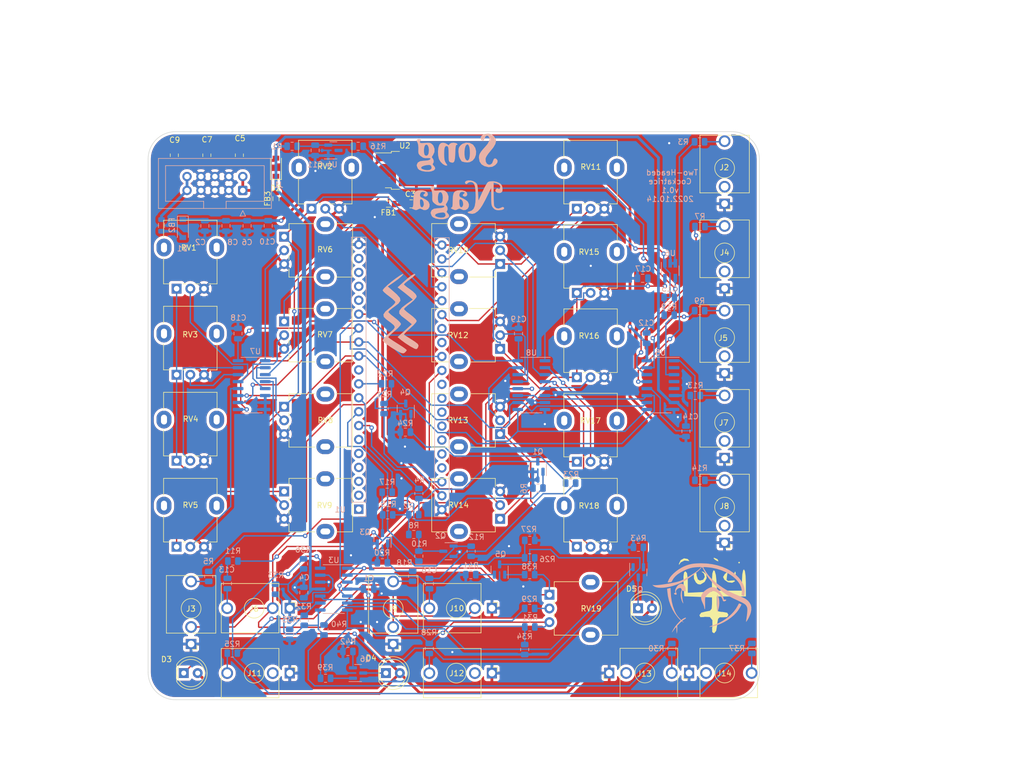
<source format=kicad_pcb>
(kicad_pcb (version 20211014) (generator pcbnew)
  (layers (0 "F.Cu" signal) (31 "B.Cu" signal) (34 "B.Paste" user) (35 "F.Paste" user) (36 "B.SilkS" user "B.Silkscreen") (37 "F.SilkS" user "F.Silkscreen") (38 "B.Mask" user) (39 "F.Mask" user) (44 "Edge.Cuts" user))
  (net 0 "")
  (net 1 "+12V")
  (net 2 "GND")
  (net 3 "-12V")
  (net 4 "Net-(J2-PadT)")
  (net 5 "±10V MUXED SIGNAL")
  (net 7 "MUXED SIGNAL 1")
  (net 9 "3V3_A")
  (net 10 "+3V3_A")
  (net 11 "Net-(D1-Pad2)")
  (net 12 "Net-(D2-Pad1)")
  (net 14 "Net-(J3-PadT)")
  (net 16 "Net-(J4-PadT)")
  (net 17 "Net-(J5-PadT)")
  (net 19 "Net-(J7-PadT)")
  (net 20 "Net-(J8-PadT)")
  (net 21 "Net-(C3-Pad2)")
  (net 23 "Net-(J11-PadT)")
  (net 25 "Net-(J12-PadT)")
  (net 26 "Net-(Q1-Pad1)")
  (net 27 "Net-(D3-Pad1)")
  (net 28 "Net-(Q2-Pad1)")
  (net 29 "Net-(D4-Pad1)")
  (net 30 "Net-(Q3-Pad1)")
  (net 31 "Net-(D5-Pad1)")
  (net 32 "Net-(Q4-Pad1)")
  (net 33 "Net-(Q4-Pad3)")
  (net 34 "Net-(J13-PadT)")
  (net 35 "3V3_D")
  (net 36 "Delay CV")
  (net 37 "GATE 1")
  (net 38 "Decay CV")
  (net 39 "TRIGGER 1")
  (net 40 "Sustain CV")
  (net 41 "Release CV")
  (net 42 "-10V_REF")
  (net 43 "GATE 2")
  (net 44 "TRIGGER 2")
  (net 45 "Attack 1")
  (net 46 "Delay 2")
  (net 47 "Decay 1")
  (net 48 "Sustain 1")
  (net 49 "Release 1")
  (net 50 "Attack 2")
  (net 51 "Decay 2")
  (net 52 "Sustain 2")
  (net 53 "Release 2")
  (net 54 "Attack 1 CV Adjust")
  (net 55 "Delay 2 CV Adjust")
  (net 56 "Decay 1 CV Adjust")
  (net 57 "Sustain 1 CV Adjust")
  (net 58 "Release 1 CV Adjust")
  (net 59 "Attack 2 CV Adjust")
  (net 60 "Decay 2 CV Adjust")
  (net 61 "Sustain 2 CV Adjust")
  (net 62 "Release 2 CV Adjust")
  (net 69 "Net-(FB2-Pad1)")
  (net 70 "Net-(FB3-Pad1)")
  (net 76 "MUXED SIGNAL 2")
  (net 77 "MUXED SIGNAL 3")
  (net 80 "ADSR1_OUT")
  (net 81 "ADSR2_OUT")
  (net 89 "Net-(J14-PadT)")
  (net 90 "CHANNEL SELECT C")
  (net 91 "CHANNEL SELECT B")
  (net 92 "CHANNEL SELECT A")
  (net 93 "Attack CV")
  (net 94 "+5V")
  (net 95 "Net-(C13-Pad1)")
  (net 96 "Net-(C13-Pad2)")
  (net 97 "Net-(C16-Pad1)")
  (net 98 "Net-(C16-Pad2)")
  (net 100 "Net-(Q1-Pad3)")
  (net 104 "Net-(Q2-Pad3)")
  (net 105 "Net-(Q5-Pad1)")
  (net 106 "Net-(Q3-Pad3)")
  (net 107 "Net-(Q6-Pad1)")
  (net 108 "Net-(Q5-Pad2)")
  (net 109 "Net-(Q7-Pad1)")
  (net 110 "Net-(Q6-Pad2)")
  (net 111 "OUT1_LED")
  (net 112 "OUT2_LED")
  (net 113 "MIX_LED")
  (net 115 "Net-(Q7-Pad2)")
  (net 116 "Net-(R26-Pad1)")
  (net 117 "Net-(R29-Pad1)")
  (net 118 "Net-(R29-Pad2)")
  (net 119 "Net-(R31-Pad1)")
  (net 120 "Net-(R32-Pad1)")
  (net 121 "Net-(R33-Pad2)")
  (net 122 "Net-(R36-Pad2)")
  (net 123 "NORMAL_PROBE")
  (net 124 "Net-(J9-PadT)")
  (footprint "Potentiometer_THT:Potentiometer_Alpha_RD901F-40-00D_Single_Vertical" (layer "F.Cu") (at 90.1343 45.4517 90)
    (fp_text reference "RV11")
    (fp_text value "100k")
  )
  (footprint "Potentiometer_THT:Potentiometer_Alpha_RD901F-40-00D_Single_Vertical" (layer "F.Cu") (at 90.1343 60.815 90)
    (fp_text reference "RV15")
    (fp_text value "100k")
  )
  (footprint "Potentiometer_THT:Potentiometer_Alpha_RD901F-40-00D_Single_Vertical" (layer "F.Cu") (at 17.1943 60.0325 90)
    (fp_text reference "RV1")
    (fp_text value "100k")
  )
  (footprint "Potentiometer_THT:Potentiometer_Alpha_RD901F-40-00D_Single_Vertical" (layer "F.Cu") (at 17.1943 75.7217 90)
    (fp_text reference "RV3")
    (fp_text value "100k")
  )
  (footprint "Potentiometer_THT:Potentiometer_Alpha_RD901F-40-00D_Single_Vertical" (layer "F.Cu") (at 90.1343 76.2 90)
    (fp_text reference "RV16")
    (fp_text value "100k")
  )
  (footprint "LED_THT:LED_D5.0mm" (layer "F.Cu") (at 18.495 130.135)
    (fp_text reference "D3")
    (fp_text value "LED")
  )
  (footprint "Connector_Audio:Jack_3.5mm_QingPu_WQP-PJ398SM_Vertical_CircularHoles" (layer "F.Cu") (at 117.0643 59.995 180)
    (fp_text reference "J4")
    (fp_text value "Attack CV In")
  )
  (footprint "Potentiometer_THT:Potentiometer_Alpha_RD901F-40-00D_Single_Vertical" (layer "F.Cu") (at 17.1943 107.1 90)
    (fp_text reference "RV5")
    (fp_text value "100k")
  )
  (footprint "Potentiometer_THT:Potentiometer_Alpha_RD901F-40-00D_Single_Vertical" (layer "F.Cu") (at 41.7843 45.4517 90)
    (fp_text reference "RV2")
    (fp_text value "100k")
  )
  (footprint "Connector_Audio:Jack_3.5mm_QingPu_WQP-PJ398SM_Vertical_CircularHoles" (layer "F.Cu") (at 110.59 130.12 90)
    (fp_text reference "J14")
    (fp_text value "Inv Out")
  )
  (footprint "Potentiometer_THT:Potentiometer_Alpha_RD901F-40-00D_Single_Vertical" (layer "F.Cu") (at 36.7943 50.555)
    (fp_text reference "RV6")
    (fp_text value "100k")
  )
  (footprint "Connector_Audio:Jack_3.5mm_QingPu_WQP-PJ398SM_Vertical_CircularHoles" (layer "F.Cu") (at 117.0643 75.45 180)
    (fp_text reference "J5")
    (fp_text value "Decay CV In")
  )
  (footprint "Potentiometer_THT:Potentiometer_Alpha_RD901F-40-00D_Single_Vertical" (layer "F.Cu") (at 36.7943 81.555)
    (fp_text reference "RV8")
    (fp_text value "100k")
  )
  (footprint "Potentiometer_THT:Potentiometer_Alpha_RD901F-40-00D_Single_Vertical" (layer "F.Cu") (at 90.1343 91.585 90)
    (fp_text reference "RV17")
    (fp_text value "100k")
  )
  (footprint "Potentiometer_THT:Potentiometer_Alpha_RD901F-40-00D_Single_Vertical" (layer "F.Cu") (at 90.1343 107.1 90)
    (fp_text reference "RV18")
    (fp_text value "100k")
  )
  (footprint "Potentiometer_THT:Potentiometer_Alpha_RD901F-40-00D_Single_Vertical" (layer "F.Cu") (at 36.7943 66.02)
    (fp_text reference "RV7")
    (fp_text value "100k")
  )
  (footprint "Potentiometer_THT:Potentiometer_Alpha_RD901F-40-00D_Single_Vertical" (layer "F.Cu") (at 76.1543 102.01 180)
    (fp_text reference "RV14")
    (fp_text value "100k")
  )
  (footprint "Capacitor_SMD:C_0805_2012Metric" (layer "F.Cu") (at 16.7745 35.704 90)
    (fp_text reference "C9")
    (fp_text value "100nF")
  )
  (footprint "Connector_Audio:Jack_3.5mm_QingPu_WQP-PJ398SM_Vertical_CircularHoles" (layer "F.Cu") (at 74.6522 118.3 -90)
    (fp_text reference "J10")
    (fp_text value "Trigger 2")
  )
  (footprint "LED_THT:LED_D5.0mm" (layer "F.Cu") (at 55.335 130.135)
    (fp_text reference "D4")
    (fp_text value "LED")
  )
  (footprint "Potentiometer_THT:Potentiometer_Alpha_RD901F-40-00D_Single_Vertical" (layer "F.Cu") (at 76.1543 86.555 180)
    (fp_text reference "RV13")
    (fp_text value "100k")
  )
  (footprint "Capacitor_SMD:C_0805_2012Metric" (layer "F.Cu") (at 22.7033 35.704 90)
    (fp_text reference "C7")
    (fp_text value "100nF")
  )
  (footprint "LED_THT:LED_D5.0mm" (layer "F.Cu") (at 101.295 118.315)
    (fp_text reference "D5")
    (fp_text value "LED")
  )
  (footprint "Potentiometer_THT:Potentiometer_Alpha_RD901F-40-00D_Single_Vertical" (layer "F.Cu") (at 85.1343 115.855)
    (fp_text reference "RV19")
    (fp_text value "B100k")
  )
  (footprint "Potentiometer_THT:Potentiometer_Alpha_RD901F-40-00D_Single_Vertical" (layer "F.Cu") (at 76.1543 55.535 180)
    (fp_text reference "RV10")
    (fp_text value "100k")
  )
  (footprint "Potentiometer_THT:Potentiometer_Alpha_RD901F-40-00D_Single_Vertical" (layer "F.Cu") (at 17.1943 91.4108 90)
    (fp_text reference "RV4")
    (fp_text value "100k")
  )
  (footprint "Potentiometer_THT:Potentiometer_Alpha_RD901F-40-00D_Single_Vertical" (layer "F.Cu") (at 76.1543 71.02 180)
    (fp_text reference "RV12")
    (fp_text value "100k")
  )
  (footprint "Connector_Audio:Jack_3.5mm_QingPu_WQP-PJ398SM_Vertical_CircularHoles" (layer "F.Cu") (at 117.0643 106.36 180)
    (fp_text reference "J8")
    (fp_text value "Release CV In")
  )
  (footprint "Connector_Audio:Jack_3.5mm_QingPu_WQP-PJ398SM_Vertical_CircularHoles" (layer "F.Cu") (at 96.0322 130.12 90)
    (fp_text reference "J13")
    (fp_text value "Mix Out")
  )
  (footprint "Package_TO_SOT_SMD:TO-252-2" (layer "F.Cu") (at 58.7878 38.458)
    (fp_text reference "U2")
    (fp_text value "LM7805_TO220")
  )
  (footprint "Connector_Audio:Jack_3.5mm_QingPu_WQP-PJ398SM_Vertical_CircularHoles" (layer "F.Cu") (at 117.0643 44.54 180)
    (fp_text reference "J2")
    (fp_text value "Delay CV In")
  )
  (footprint "Diode_SMD:D_SOD-123" (layer "F.Cu") (at 35.2944 37.886 90)
    (fp_text reference "D2")
    (fp_text value "D_Schottky")
  )
  (footprint "Connector_Audio:Jack_3.5mm_QingPu_WQP-PJ398SM_Vertical_CircularHoles" (layer "F.Cu") (at 37.8143 118.3 -90)
    (fp_text reference "J6")
    (fp_text value "Trigger 1")
  )
  (footprint "Connector_Audio:Jack_3.5mm_QingPu_WQP-PJ398SM_Vertical_CircularHoles" (layer "F.Cu") (at 19.8343 124.83 180)
    (fp_text reference "J3")
    (fp_text value "Gate 1")
  )
  (footprint "LOGO" (layer "F.Cu") (at 114.94 116.16)
    (fp_text reference "G4" hide)
    (fp_text value "LOGO" hide)
  )
  (footprint "Connector_Audio:Jack_3.5mm_QingPu_WQP-PJ398SM_Vertical_CircularHoles" (layer "F.Cu") (at 117.0643 90.905 180)
    (fp_text reference "J7")
    (fp_text value "Sustain CV In")
  )
  (footprint "Connector_Audio:Jack_3.5mm_QingPu_WQP-PJ398SM_Vertical_CircularHoles" (layer "F.Cu") (at 37.8143 130.14 -90)
    (fp_text reference "J11")
    (fp_text value "Out 1")
  )
  (footprint "Capacitor_SMD:C_0805_2012Metric" (layer "F.Cu") (at 59.94 44.5646 180)
    (fp_text reference "C3")
    (fp_text value "100nF")
  )
  (footprint "Capacitor_SMD:C_0805_2012Metric" (layer "F.Cu") (at 28.6322 35.704 -90)
    (fp_text reference "C5")
    (fp_text value "10uF")
  )
  (footprint "Connector_Audio:Jack_3.5mm_QingPu_WQP-PJ398SM_Vertical_CircularHoles" (layer "F.Cu") (at 56.6643 124.83 180)
    (fp_text reference "J9")
    (fp_text value "Gate 2")
  )
  (footprint "Inductor_SMD:L_0805_2012Metric" (layer "F.Cu") (at 35.3 43.62 90)
    (fp_text reference "FB3")
    (fp_text value "FerriteBead")
  )
  (footprint "Potentiometer_THT:Potentiometer_Alpha_RD901F-40-00D_Single_Vertical" (layer "F.Cu") (at 36.7943 97.01)
    (fp_text reference "RV9")
    (fp_text value "100k")
  )
  (footprint "Connector_Audio:Jack_3.5mm_QingPu_WQP-PJ398SM_Vertical_CircularHoles" (layer "F.Cu") (at 74.6522 130.14 -90)
    (fp_text reference "J12")
    (fp_text value "Out 2")
  )
  (footprint "Inductor_SMD:L_0805_2012Metric" (layer "F.Cu") (at 55.8 44.61 180)
    (fp_text reference "FB1")
    (fp_text value "FerriteBead")
  )
  (footprint "Package_TO_SOT_SMD:SOT-23" (layer "B.Cu") (at 50.265 130.125)
    (fp_text reference "Q6")
    (fp_text value "MMBT3904")
  )
  (footprint "Inductor_SMD:L_0805_2012Metric" (layer "B.Cu") (at 14.44 48.5 -90)
    (fp_text reference "FB2")
    (fp_text value "FerriteBead")
  )
  (footprint "Resistor_SMD:R_0805_2012Metric" (layer "B.Cu") (at 27.4495 109.71)
    (fp_text reference "R11")
    (fp_text value "100k")
  )
  (footprint "Package_TO_SOT_SMD:SOT-23" (layer "B.Cu") (at 101.3268 111.7644 -90)
    (fp_text reference "Q7")
    (fp_text value "MMBT3904")
  )
  (footprint "Capacitor_SMD:C_0805_2012Metric" (layer "B.Cu") (at 102.1303 58.1439 180)
    (fp_text reference "C17")
    (fp_text value "10nF")
  )
  (footprint "Resistor_SMD:R_0805_2012Metric" (layer "B.Cu") (at 81.535 112.1883)
    (fp_text reference "R38")
    (fp_text value "10k")
  )
  (footprint "Resistor_SMD:R_0805_2012Metric" (layer "B.Cu") (at 70.8742 107.92 90)
    (fp_text reference "R12")
    (fp_text value "1M")
  )
  (footprint "Resistor_SMD:R_0805_2012Metric" (layer "B.Cu") (at 55.5662 97.156 180)
    (fp_text reference "R17")
    (fp_text value "1k")
  )
  (footprint "Capacitor_SMD:C_0805_2012Metric" (layer "B.Cu") (at 30.0387 48.589 -90)
    (fp_text reference "C6")
    (fp_text value "10uF")
  )
  (footprint "Resistor_SMD:R_0805_2012Metric" (layer "B.Cu") (at 58.8901 86.1912)
    (fp_text reference "R24")
    (fp_text value "1M")
  )
  (footprint "Capacitor_SMD:C_0805_2012Metric" (layer "B.Cu") (at 106.9778 61.65 180)
    (fp_text reference "C15")
    (fp_text value "10nF")
  )
  (footprint "Capacitor_SMD:C_0805_2012Metric" (layer "B.Cu") (at 52.1799 114.791)
    (fp_text reference "C1")
    (fp_text value "10nF")
  )
  (footprint "Resistor_SMD:R_0805_2012Metric" (layer "B.Cu") (at 70.8017 112.185 180)
    (fp_text reference "R41")
    (fp_text value "1k")
  )
  (footprint "Capacitor_SMD:C_0805_2012Metric" (layer "B.Cu") (at 63.2608 113.8201 90)
    (fp_text reference "C16")
    (fp_text value "100nF")
  )
  (footprint "Resistor_SMD:R_0805_2012Metric" (layer "B.Cu") (at 111.7162 79.514 180)
    (fp_text reference "R13")
    (fp_text value "100k")
  )
  (footprint "Resistor_SMD:R_0805_2012Metric" (layer "B.Cu") (at 107.45 125.6478 -90)
    (fp_text reference "R30")
    (fp_text value "1k")
  )
  (footprint "Resistor_SMD:R_0805_2012Metric" (layer "B.Cu") (at 101.36 107.2 180)
    (fp_text reference "R43")
    (fp_text value "1k")
  )
  (footprint "Package_TO_SOT_SMD:SOT-23" (layer "B.Cu") (at 54.7122 105.55 90)
    (fp_text reference "Q3")
    (fp_text value "MMBT3904")
  )
  (footprint "Resistor_SMD:R_0805_2012Metric" (layer "B.Cu") (at 60.21 112.47 90)
    (fp_text reference "R18")
    (fp_text value "100k")
  )
  (footprint "Resistor_SMD:R_0805_2012Metric" (layer "B.Cu") (at 40.4583 120.5119 -90)
    (fp_text reference "R32")
    (fp_text value "100k")
  )
  (footprint "Diode_SMD:D_SOD-123" (layer "B.Cu") (at 18.3272 49.058 -90)
    (fp_text reference "D1")
    (fp_text value "D_Schottky")
  )
  (footprint "Package_TO_SOT_SMD:SOT-23" (layer "B.Cu") (at 66.7362 107.92 180)
    (fp_text reference "Q2")
    (fp_text value "MMBT3904")
  )
  (footprint "LOGO" (layer "B.Cu") (at 57.07 64.21 -90)
    (fp_text reference "G2" hide)
    (fp_text value "LOGO" hide)
  )
  (footprint "Resistor_SMD:R_0805_2012Metric" (layer "B.Cu") (at 55.014 81.9102 -90)
    (fp_text reference "R21")
    (fp_text value "10k")
  )
  (footprint "Resistor_SMD:R_0805_2012Metric" (layer "B.Cu") (at 89.0039 95.4914 180)
    (fp_text reference "R23")
    (fp_text value "100k")
  )
  (footprint "Resistor_SMD:R_0805_2012Metric" (layer "B.Cu") (at 27.3378 126.49 180)
    (fp_text reference "R25")
    (fp_text value "1k")
  )
  (footprint "Resistor_SMD:R_0805_2012Metric" (layer "B.Cu") (at 60.4198 104.86 180)
    (fp_text reference "R8")
    (fp_text value "R")
  )
  (footprint "Capacitor_SMD:C_0805_2012Metric" (layer "B.Cu") (at 110.014 86.0473 -90)
    (fp_text reference "C14")
    (fp_text value "10nF")
  )
  (footprint "Package_TO_SOT_SMD:SOT-23" (layer "B.Cu") (at 58.9521 81.9236 90)
    (fp_text reference "Q4")
    (fp_text value "MMBT3904")
  )
  (footprint "Resistor_SMD:R_0805_2012Metric" (layer "B.Cu") (at 50.2898 34.0654)
    (fp_text reference "R16")
    (fp_text value "200k")
  )
  (footprint "Resistor_SMD:R_0805_2012Metric" (layer "B.Cu") (at 40.325 110.215 90)
    (fp_text reference "R36")
    (fp_text value "100k")
  )
  (footprint "Resistor_SMD:R_0805_2012Metric" (layer "B.Cu") (at 55.6602 101.282)
    (fp_text reference "R15")
    (fp_text value "10k")
  )
  (footprint "Package_SO:SOIC-14_3.9x8.7mm_P1.27mm" (layer "B.Cu") (at 45.8378 114.82 180)
    (fp_text reference "U3")
    (fp_text value "TL074")
  )
  (footprint "Resistor_SMD:R_0805_2012Metric" (layer "B.Cu") (at 81.5619 121.7217)
    (fp_text reference "R31")
    (fp_text value "100k")
  )
  (footprint "Resistor_SMD:R_0805_2012Metric" (layer "B.Cu") (at 54.6962 110.028)
    (fp_text reference "R20")
    (fp_text value "1M")
  )
  (footprint "Resistor_SMD:R_0805_2012Metric" (layer "B.Cu") (at 81.5518 105.932 180)
    (fp_text reference "R27")
    (fp_text value "50k")
  )
  (footprint "Resistor_SMD:R_0805_2012Metric" (layer "B.Cu") (at 44.0544 122.2732 -90)
    (fp_text reference "R40")
    (fp_text value "10k")
  )
  (footprint "Capacitor_SMD:C_0805_2012Metric" (layer "B.Cu") (at 33.8858 48.573 90)
    (fp_text reference "C10")
    (fp_text value "100nF")
  )
  (footprint "Resistor_SMD:R_0805_2012Metric" (layer "B.Cu") (at 63.2418 125.65 -90)
    (fp_text reference "R28")
    (fp_text value "1k")
  )
  (footprint "daisy-seed:Daisy_Seed" (layer "B.Cu") (at 50.3885 100.2489)
    (fp_text reference "U1")
    (fp_text value "Daisy_Seed")
  )
  (footprint "Resistor_SMD:R_0805_2012Metric" (layer "B.Cu") (at 112.4938 33.2503 180)
    (fp_text reference "R3")
    (fp_text value "100k")
  )
  (footprint "Capacitor_SMD:C_0805_2012Metric" (layer "B.Cu") (at 26.4562 113.8 90)
    (fp_text reference "C13")
    (fp_text value "100nF")
  )
  (footprint "Package_SO:SOIC-16_3.9x9.9mm_P1.27mm" (layer "B.Cu") (at 105.3696 77.622 180)
    (fp_text reference "U5")
    (fp_text value "CD4051B")
  )
  (footprint "Resistor_SMD:R_0805_2012Metric" (layer "B.Cu") (at 122.035 125.635 -90)
    (fp_text reference "R37")
    (fp_text value "1k")
  )
  (footprint "Resistor_SMD:R_0805_2012Metric" (layer "B.Cu") (at 37.79 123.07 90)
    (fp_text reference "R35")
    (fp_text value "100k")
  )
  (footprint "Capacitor_SMD:C_0805_2012Metric" (layer "B.Cu") (at 26.1915 48.589 90)
    (fp_text reference "C8")
    (fp_text value "100nF")
  )
  (footprint "Resistor_SMD:R_0805_2012Metric" (layer "B.Cu") (at 55.4302 77.37)
    (fp_text reference "R22")
    (fp_text value "1k")
  )
  (footprint "Package_TO_SOT_SMD:SOT-23" (layer "B.Cu") (at 83.0162 92.488 90)
    (fp_text reference "Q1")
    (fp_text value "MMBT3904")
  )
  (footprint "Capacitor_SMD:C_0805_2012Metric" (layer "B.Cu") (at 79.5033 68.22 90)
    (fp_text reference "C19")
    (fp_text value "10nF")
  )
  (footprint "Resistor_SMD:R_0805_2012Metric" (layer "B.Cu") (at 112.574 48.7005 180)
    (fp_text reference "R7")
    (fp_text value "100k")
  )
  (footprint "Capacitor_SMD:C_0805_2012Metric" (layer "B.Cu") (at 28.3833 68.22 90)
    (fp_text reference "C18")
    (fp_text value "10nF")
  )
  (footprint "Package_SO:SOIC-16_3.9x9.9mm_P1.27mm" (layer "B.Cu") (at 81.8433 77.622 180)
    (fp_text reference "U8")
    (fp_text value "CD4051B")
  )
  (footprint "Resistor_SMD:R_0805_2012Metric" (layer "B.Cu") (at 35.2402 114.84 90)
    (fp_text reference "R33")
    (fp_text value "100k")
  )
  (footprint "Resistor_SMD:R_0805_2012Metric" (layer "B.Cu") (at 48.41 126.19 180)
    (fp_text reference "R42")
    (fp_text value "1k")
  )
  (footprint "Package_TO_SOT_SMD:SOT-23" (layer "B.Cu") (at 45.7642 34.8154)
    (fp_text reference "U4")
    (fp_text value "LM4040DBZ-10")
  )
  (footprint "Resistor_SMD:R_0805_2012Metric" (layer "B.Cu") (at 23.0441 112.504 90)
    (fp_text reference "R5")
    (fp_text value "100k")
  )
  (footprint "Package_TO_SOT_SMD:SOT-23" (layer "B.Cu") (at 76.055 111.245 90)
    (fp_text reference "Q5")
    (fp_text value "MMBT3904")
  )
  (footprint "Resistor_SMD:R_0805_2012Metric" (layer "B.Cu") (at 80.626 125.8482 90)
    (fp_text reference "R34")
    (fp_text value "50k")
  )
  (footprint "Resistor_SMD:R_0805_2012Metric" (layer "B.Cu") (at 112.5141 64.044 180)
    (fp_text reference "R9")
    (fp_text value "100k")
  )
  (footprint "LOGO" (layer "B.Cu") (at 112.92 116.63 180)
    (fp_text reference "G1" hide)
    (fp_text value "LOGO" hide)
  )
  (footprint "Resistor_SMD:R_0805_2012Metric" (layer "B.Cu") (at 44.3383 131.085 180)
    (fp_text reference "R39")
    (fp_text value "10k")
  )
  (footprint "Resistor_SMD:R_0805_2012Metric" (layer "B.Cu") (at 81.54 109.1202)
    (fp_text reference "R26")
    (fp_text value "100k")
  )
  (footprint "Package_TO_SOT_SMD:SOT-23-5_HandSoldering" (layer "B.Cu") (at 107.1324 56.76 -90)
    (fp_text reference "U6")
    (fp_text value "MCP6001-OT")
  )
  (footprint "Package_SO:SOIC-16_3.9x9.9mm_P1.27mm" (layer "B.Cu") (at 30.87 77.622 180)
    (fp_text reference "U7")
    (fp_text value "CD4051B")
  )
  (footprint "Resistor_SMD:R_0805_2012Metric" (layer "B.Cu") (at 60.4139 101.2482 180)
    (fp_text reference "R2")
    (fp_text value "10k")
  )
  (footprint "Resistor_SMD:R_0805_2012Metric" (layer "B.Cu") (at 106.9718 64.874 180)
    (fp_text reference "R19")
    (fp_text value "27k")
  )
  (footprint "Resistor_SMD:R_0805_2012Metric" (layer "B.Cu") (at 112.5622 94.974 180)
    (fp_text reference "R14")
    (fp_text value "100k")
  )
  (footprint "Connector_IDC:IDC-Header_2x05_P2.54mm_Vertical" (layer "B.Cu") (at 29.2543 42.12 90)
    (fp_text reference "J1")
    (fp_text value "EURO_PWR_2x5")
  )
  (footprint "Capacitor_SMD:C_0805_2012Metric" (layer "B.Cu") (at 40.3775 115.446 90)
    (fp_text reference "C4")
    (fp_text value "10nF")
  )
  (footprint "Resistor_SMD:R_0805_2012Metric" (layer "B.Cu") (at 83.0505 96.398)
    (fp_text reference "R6")
    (fp_text value "1M")
  )
  (footprint "Resistor_SMD:R_0805_2012Metric" (layer "B.Cu") (at 81.5318 118.342 180)
    (fp_text reference "R29")
    (fp_text value "100k")
  )
  (footprint "Capacitor_SMD:C_0805_2012Metric" (layer "B.Cu") (at 102.848 69.06 90)
    (fp_text reference "C12")
    (fp_text value "10nF")
  )
  (footprint "Resistor_SMD:R_0805_2012Metric" (layer "B.Cu") (at 61.3395 108.804 90)
    (fp_text reference "R10")
    (fp_text value "1k")
  )
  (footprint "Resistor_SMD:R_0805_2012Metric" (layer "B.Cu") (at 61.3405 97.39 -90)
    (fp_text reference "R4")
    (fp_text value "1k")
  )
  (footprint "Capacitor_SMD:C_0805_2012Metric" (layer "B.Cu") (at 42.4423 34.8154 90)
    (fp_text reference "C11")
    (fp_text value "100nF")
  )
  (footprint "Capacitor_SMD:C_0805_2012Metric" (layer "B.Cu") (at 22.3443 48.589 90)
    (fp_text reference "C2")
    (fp_text value "330nF")
  )
  (footprint "LOGO" (layer "B.Cu") (at 68.4 38.79 180)
    (fp_text reference "G3" hide)
    (fp_text value "LOGO" hide)
  )
  (footprint "Resistor_SMD:R_0805_2012Metric" (layer "B.Cu") (at 38.2485 34.0654 180)
    (fp_text reference "R1")
    (fp_text value "1k")
  )
  (gr_line (start 17 31.4) (end 118.4 31.399991) (layer "Edge.Cuts") (width 0.1))
  (gr_arc (start 12 36.4) (mid 13.464466 32.864466) (end 17 31.4) (layer "Edge.Cuts") (width 0.1))
  (gr_line (start 118.4 135) (end 17 135) (layer "Edge.Cuts") (width 0.1))
  (gr_arc (start 17 135) (mid 13.464466 133.535534) (end 12 130) (layer "Edge.Cuts") (width 0.1))
  (gr_line (start 12 130) (end 12 36.4) (layer "Edge.Cuts") (width 0.1))
  (gr_arc (start 123.4 130) (mid 121.935534 133.535534) (end 118.4 135) (layer "Edge.Cuts") (width 0.1))
  (gr_arc (start 118.4 31.399991) (mid 121.93554 32.86446) (end 123.400009 36.4) (layer "Edge.Cuts") (width 0.1))
  (gr_line (start 123.400009 36.4) (end 123.4 130) (layer "Edge.Cuts") (width 0.1))
  (gr_text "Two-Headed \nCockatrice\nv0.1\n2022.10.14" (at 107.12 41.28) (layer "B.SilkS") (effects (font (size 1 1)) (justify mirror)))
  (segment (start 52.16 124.42) (end 52.16 115.97) (width 0.5) (layer "F.Cu") (net 1))
  (segment (start 36.25 47.63) (end 42.12 41.76) (width 0.5) (layer "F.Cu") (net 1))
  (segment (start 49.0058 41.76) (end 54.5878 36.178) (width 0.5) (layer "F.Cu") (net 1))
  (segment (start 99.82 45.01) (end 99.82 66.98) (width 0.5) (layer "F.Cu") (net 1))
  (segment (start 57.875 130.135) (end 52.16 124.42) (width 0.5) (layer "F.Cu") (net 1))
  (segment (start 57.3958 33.37) (end 88.18 33.37) (width 0.5) (layer "F.Cu") (net 1))
  (segment (start 103.835 118.315) (end 88.42 133.73) (width 0.5) (layer "F.Cu") (net 1))
  (segment (start 54.5878 36.178) (end 57.3958 33.37) (width 0.5) (layer "F.Cu") (net 1))
  (segment (start 88.18 33.37) (end 99.82 45.01) (width 0.5) (layer "F.Cu") (net 1))
  (segment (start 103.835 83.769) (end 99.81 79.744) (width 0.5) (layer "F.Cu") (net 1))
  (segment (start 24.75 133.85) (end 54.16 133.85) (width 0.5) (layer "F.Cu") (net 1))
  (segment (start 61.47 133.73) (end 57.875 130.135) (width 0.5) (layer "F.Cu") (net 1))
  (segment (start 99.81 79.744) (end 99.81 66.99) (width 0.5) (layer "F.Cu") (net 1))
  (segment (start 54.16 133.85) (end 57.875 130.135) (width 0.5) (layer "F.Cu") (net 1))
  (segment (start 99.81 66.99) (end 99.82 66.98) (width 0.5) (layer "F.Cu") (net 1))
  (segment (start 42.12 41.76) (end 49.0058 41.76) (width 0.5) (layer "F.Cu") (net 1))
  (segment (start 21.035 130.135) (end 24.75 133.85) (width 0.5) (layer "F.Cu") (net 1))
  (segment (start 103.835 118.315) (end 103.835 83.769) (width 0.5) (layer "F.Cu") (net 1))
  (segment (start 88.42 133.73) (end 61.47 133.73) (width 0.5) (layer "F.Cu") (net 1))
  (via (at 99.82 66.98) (size 0.8) (drill 0.4) (layers "F.Cu" "B.Cu") (net 1))
  (via (at 36.25 47.63) (size 0.8) (drill 0.4) (layers "F.Cu" "B.Cu") (net 1))
  (via (at 52.16 115.97) (size 0.8) (drill 0.4) (layers "F.Cu" "B.Cu") (net 1))
  (segment (start 102.895 72.6631) (end 102.895 70.0566) (width 0.5) (layer "B.Cu") (net 1))
  (segment (start 102.848 69.998) (end 99.83 66.98) (width 0.5) (layer "B.Cu") (net 1))
  (segment (start 99.83 66.98) (end 99.82 66.98) (width 0.5) (layer "B.Cu") (net 1))
  (segment (start 22.1133 47.408) (end 22.3443 47.639) (width 0.5) (layer "B.Cu") (net 1))
  (segment (start 102.8946 72.6635) (end 102.8946 73.177) (width 0.25) (layer "B.Cu") (net 1))
  (segment (start 102.848 70.01) (end 102.848 69.998) (width 0.5) (layer "B.Cu") (net 1))
  (segment (start 102.895 73.177) (end 102.895 72.6631) (width 0.5) (layer "B.Cu") (net 1))
  (segment (start 52.16 115.97) (end 52.16 115.721) (width 0.5) (layer "B.Cu") (net 1))
  (segment (start 18.3272 47.408) (end 22.1133 47.408) (width 0.5) (layer "B.Cu") (net 1))
  (segment (start 33.8858 47.623) (end 30.0547 47.623) (width 0.5) (layer "B.Cu") (net 1))
  (segment (start 30.0387 47.639) (end 26.1915 47.639) (width 0.5) (layer "B.Cu") (net 1))
  (segment (start 36.243 47.623) (end 36.25 47.63) (width 0.5) (layer "B.Cu") (net 1))
  (segment (start 102.895 72.6631) (end 102.8946 72.6635) (width 0.25) (layer "B.Cu") (net 1))
  (segment (start 30.0547 47.623) (end 30.0387 47.639) (width 0.5) (layer "B.Cu") (net 1))
  (segment (start 102.895 70.0566) (end 102.848 70.01) (width 0.5) (layer "B.Cu") (net 1))
  (segment (start 22.3443 47.639) (end 26.1915 47.639) (width 0.5) (layer "B.Cu") (net 1))
  (segment (start 48.3128 114.82) (end 51.2009 114.82) (width 0.5) (layer "B.Cu") (net 1))
  (segment (start 33.8858 47.623) (end 36.243 47.623) (width 0.5) (layer "B.Cu") (net 1))
  (segment (start 51.2009 114.82) (end 51.2299 114.791) (width 0.5) (layer "B.Cu") (net 1))
  (segment (start 52.16 115.721) (end 51.2299 114.791) (width 0.5) (layer "B.Cu") (net 1))
  (segment (start 58.17 91.85) (end 58.16 91.84) (width 0.25) (layer "F.Cu") (net 2))
  (segment (start 50.75 122.93) (end 49.06 124.62) (width 0.25) (layer "F.Cu") (net 2))
  (segment (start 50.75 120.82) (end 50.75 122.93) (width 0.25) (layer "F.Cu") (net 2))
  (segment (start 58.17 94.63) (end 58.17 91.85) (width 0.25) (layer "F.Cu") (net 2))
  (via (at 50.75 120.82) (size 0.8) (drill 0.4) (layers "F.Cu" "B.Cu") (net 2))
  (via (at 82.53 80.79) (size 0.8) (drill 0.4) (layers "F.Cu" "B.Cu") (net 2))
  (via (at 77.77 106.99) (size 0.8) (drill 0.4) (layers "F.Cu" "B.Cu") (net 2))
  (via (at 58.81 88.84) (size 0.8) (drill 0.4) (layers "F.Cu" "B.Cu") (net 2))
  (via (at 80.38 114.34) (size 0.8) (drill 0.4) (layers "F.Cu" "B.Cu") (net 2))
  (via (at 44.93 113.54) (size 0.8) (drill 0.4) (layers "F.Cu" "B.Cu") (net 2))
  (via (at 54.62 108.15) (size 0.8) (drill 0.4) (layers "F.Cu" "B.Cu") (net 2))
  (via (at 92.67 55.87) (size 0.8) (drill 0.4) (layers "F.Cu" "B.Cu") (net 2))
  (via (at 57.89 100.17) (size 0.8) (drill 0.4) (layers "F.Cu" "B.Cu") (net 2))
  (via (at 58.17 94.63) (size 0.8) (drill 0.4) (layers "F.Cu" "B.Cu") (net 2))
  (via (at 110.18 77.41) (size 0.8) (drill 0.4) (layers "F.Cu" "B.Cu") (net 2))
  (via (at 106.96 33.5) (size 0.8) (drill 0.4) (layers "F.Cu" "B.Cu") (net 2))
  (via (at 67.44 126.3) (size 0.8) (drill 0.4) (layers "F.Cu" "B.Cu") (net 2))
  (via (at 53.73 120.82) (size 0.8) (drill 0.4) (layers "F.Cu" "B.Cu") (net 2))
  (via (at 77.09 76.85) (size 0.8) (drill 0.4) (layers "F.Cu" "B.Cu") (net 2))
  (via (at 54.56 115.62) (size 0.8) (drill 0.4) (layers "F.Cu" "B.Cu") (net 2))
  (via (at 84.3 84.73) (size 0.8) (drill 0.4) (layers "F.Cu" "B.Cu") (net 2))
  (via (at 38.72 114.51) (size 0.8) (drill 0.4) (layers "F.Cu" "B.Cu") (net 2))
  (via (at 49.06 124.62) (size 0.8) (drill 0.4) (layers "F.Cu" "B.Cu") (net 2))
  (via (at 58.16 91.84) (size 0.8) (drill 0.4) (layers "F.Cu" "B.Cu") (net 2))
  (via (at 53.31 46.98) (size 0.8) (drill 0.4) (layers "F.Cu" "B.Cu") (net 2))
  (via (at 77.41 80.17) (size 0.8) (drill 0.4) (layers "F.Cu" "B.Cu") (net 2))
  (via (at 48.97 108.66) (size 0.8) (drill 0.4) (layers "F.Cu" "B.Cu") (net 2))
  (via (at 68.76 108.04) (size 0.8) (drill 0.4) (layers "F.Cu" "B.Cu") (net 2))
  (via (at 42.49 38.57) (size 0.8) (drill 0.4) (layers "F.Cu" "B.Cu") (net 2))
  (via (at 108.54 83.45) (size 0.8) (drill 0.4) (layers "F.Cu" "B.Cu") (net 2))
  (via (at 86.27 79.41) (size 0.8) (drill 0.4) (layers "F.Cu" "B.Cu") (net 2))
  (segment (start 81.91 80.17) (end 77.41 80.17) (width 0.25) (layer "B.Cu") (net 2))
  (segment (start 43.3628 113.55) (end 44.92 113.55) (width 0.25) (layer "B.Cu") (net 2))
  (segment (start 44.92 113.55) (end 44.93 113.54) (width 0.25) (layer "B.Cu") (net 2))
  (segment (start 84.3183 79.527) (end 86.153 79.527) (width 0.25) (layer "B.Cu") (net 2))
  (segment (start 84.3183 80.797) (end 82.537 80.797) (width 0.25) (layer "B.Cu") (net 2))
  (segment (start 67.6737 108.87) (end 67.93 108.87) (width 0.25) (layer "B.Cu") (net 2))
  (segment (start 86.153 79.527) (end 86.27 79.41) (width 0.25) (layer "B.Cu") (net 2))
  (segment (start 82.537 80.797) (end 82.53 80.79) (width 0.25) (layer "B.Cu") (net 2))
  (segment (start 49.06 124.6275) (end 49.06 124.62) (width 0.25) (layer "B.Cu") (net 2))
  (segment (start 47.4975 126.19) (end 49.06 124.6275) (width 0.25) (layer "B.Cu") (net 2))
  (segment (start 82.53 80.79) (end 81.91 80.17) (width 0.25) (layer "B.Cu") (net 2))
  (segment (start 67.93 108.87) (end 68.76 108.04) (width 0.25) (layer "B.Cu") (net 2))
  (segment (start 28.6322 36.654) (end 22.7033 36.654) (width 0.5) (layer "F.Cu") (net 3))
  (segment (start 22.7033 36.654) (end 16.7745 36.654) (width 0.5) (layer "F.Cu") (net 3))
  (segment (start 35.2944 36.236) (end 34.8804 36.65) (width 0.5) (layer "F.Cu") (net 3))
  (segment (start 35.2944 34.0756) (end 35.3 34.07) (width 0.5) (layer "F.Cu") (net 3))
  (segment (start 34.8804 36.65) (end 28.6362 36.65) (width 0.5) (layer "F.Cu") (net 3))
  (segment (start 35.2944 36.236) (end 35.2944 34.0756) (width 0.5) (layer "F.Cu") (net 3))
  (segment (start 28.6362 36.65) (end 28.6322 36.654) (width 0.5) (layer "F.Cu") (net 3))
  (via (at 35.3 34.07) (size 0.8) (drill 0.4) (layers "F.Cu" "B.Cu") (net 3))
  (segment (start 40.3775 116.396) (end 41.5525 115.221) (width 0.5) (layer "B.Cu") (net 3))
  (segment (start 35.3 34.07) (end 37.3314 34.07) (width 0.5) (layer "B.Cu") (net 3))
  (segment (start 107.8446 80.797) (end 107.291 80.797) (width 0.5) (layer "B.Cu") (net 3))
  (segment (start 110.014 85.0973) (end 110.014 82.4129) (width 0.5) (layer "B.Cu") (net 3))
  (segment (start 41.9535 114.82) (end 43.3628 114.82) (width 0.5) (layer "B.Cu") (net 3))
  (segment (start 108.398 80.797) (end 107.8446 80.797) (width 0.5) (layer "B.Cu") (net 3))
  (segment (start 37.3314 34.07) (end 37.336 34.0654) (width 0.5) (layer "B.Cu") (net 3))
  (segment (start 107.291 80.797) (end 105 78.5059) (width 0.5) (layer "B.Cu") (net 3))
  (segment (start 37 32.37) (end 35.3 34.07) (width 0.5) (layer "B.Cu") (net 3))
  (segment (start 41.5525 115.221) (end 41.5525 48.1049) (width 0.5) (layer "B.Cu") (net 3))
  (segment (start 105 36.14) (end 101.23 32.37) (width 0.5) (layer "B.Cu") (net 3))
  (segment (start 101.23 32.37) (end 37 32.37) (width 0.5) (layer "B.Cu") (net 3))
  (segment (start 105 78.5059) (end 105 36.14) (width 0.5) (layer "B.Cu") (net 3))
  (segment (start 41.5525 115.221) (end 41.9535 114.82) (width 0.5) (layer "B.Cu") (net 3))
  (segment (start 40.3775 116.396) (end 41.5525 115.221) (width 0.5) (layer "B.Cu") (net 3))
  (segment (start 110.014 82.4129) (end 108.398 80.797) (width 0.5) (layer "B.Cu") (net 3))
  (segment (start 41.5525 48.1049) (end 35.3 41.8524) (width 0.5) (layer "B.Cu") (net 3))
  (segment (start 35.3 41.8524) (end 35.3 34.07) (width 0.5) (layer "B.Cu") (net 3))
  (segment (start 113.4063 33.2503) (end 116.954 33.2503) (width 0.25) (layer "B.Cu") (net 4))
  (segment (start 116.954 33.2503) (end 117.0643 33.14) (width 0.25) (layer "B.Cu") (net 4))
  (segment (start 108.0942 60.0842) (end 102.5298 54.5198) (width 0.25) (layer "F.Cu") (net 5))
  (segment (start 102.5298 54.5198) (end 102.2805 54.5198) (width 0.25) (layer "F.Cu") (net 5))
  (via (at 108.0942 60.0842) (size 0.8) (drill 0.4) (layers "F.Cu" "B.Cu") (net 5))
  (via (at 102.2805 54.5198) (size 0.8) (drill 0.4) (layers "F.Cu" "B.Cu") (net 5))
  (segment (start 102.2805 54.5198) (end 102.2805 48.3305) (width 0.25) (layer "B.Cu") (net 5))
  (segment (start 106.3605 75.717) (end 107.8446 75.717) (width 0.25) (layer "B.Cu") (net 5))
  (segment (start 58.85 41.71) (end 51.2054 34.0654) (width 0.25) (layer "B.Cu") (net 5))
  (segment (start 108.0824 60.0842) (end 108.0824 61.4954) (width 0.25) (layer "B.Cu") (net 5))
  (segment (start 102.2805 48.3305) (end 95.66 41.71) (width 0.25) (layer "B.Cu") (net 5))
  (segment (start 108.0824 61.4954) (end 107.9278 61.65) (width 0.25) (layer "B.Cu") (net 5))
  (segment (start 108.0824 60.0842) (end 108.0942 60.0842) (width 0.25) (layer "B.Cu") (net 5))
  (segment (start 51.2054 34.0654) (end 51.2023 34.0654) (width 0.25) (layer "B.Cu") (net 5))
  (segment (start 108.0824 58.11) (end 108.0824 60.0842) (width 0.25) (layer "B.Cu") (net 5))
  (segment (start 107.8843 64.874) (end 106.3605 66.3978) (width 0.25) (layer "B.Cu") (net 5))
  (segment (start 106.3605 66.3978) (end 106.3605 75.717) (width 0.25) (layer "B.Cu") (net 5))
  (segment (start 107.8843 61.6935) (end 107.8843 64.874) (width 0.25) (layer "B.Cu") (net 5))
  (segment (start 107.9278 61.65) (end 107.8843 61.6935) (width 0.25) (layer "B.Cu") (net 5))
  (segment (start 95.66 41.71) (end 58.85 41.71) (width 0.25) (layer "B.Cu") (net 5))
  (segment (start 105.9527 53.6627) (end 105.0132 52.7232) (width 0.25) (layer "F.Cu") (net 7))
  (segment (start 105.9636 53.6627) (end 105.9527 53.6627) (width 0.25) (layer "F.Cu") (net 7))
  (segment (start 105.0132 52.7232) (end 100.8219 52.7232) (width 0.25) (layer "F.Cu") (net 7))
  (via (at 100.8219 52.7232) (size 0.8) (drill 0.4) (layers "F.Cu" "B.Cu") (net 7))
  (via (at 105.9636 53.6627) (size 0.8) (drill 0.4) (layers "F.Cu" "B.Cu") (net 7))
  (segment (start 96.4887 48.39) (end 72.9429 48.39) (width 0.25) (layer "B.Cu") (net 7))
  (segment (start 107.1093 57.1993) (end 106.1824 56.2724) (width 0.25) (layer "B.Cu") (net 7))
  (segment (start 100.8219 52.7232) (end 96.4887 48.39) (width 0.25) (layer "B.Cu") (net 7))
  (segment (start 106.0593 64.874) (end 106.0278 64.8425) (width 0.25) (layer "B.Cu") (net 7))
  (segment (start 106.0278 64.8425) (end 106.0278 61.65) (width 0.25) (layer "B.Cu") (net 7))
  (segment (start 72.9429 48.39) (end 66.7151 54.6178) (width 0.25) (layer "B.Cu") (net 7))
  (segment (start 107.1028 61.65) (end 107.1028 60.936827) (width 0.25) (layer "B.Cu") (net 7))
  (segment (start 106.1824 55.41) (end 106.1824 55.9626) (width 0.25) (layer "B.Cu") (net 7))
  (segment (start 107.1028 60.936827) (end 107.1093 60.930327) (width 0.25) (layer "B.Cu") (net 7))
  (segment (start 106.0278 61.65) (end 107.1028 61.65) (width 0.25) (layer "B.Cu") (net 7))
  (segment (start 106.1824 56.2724) (end 106.1824 55.9626) (width 0.25) (layer "B.Cu") (net 7))
  (segment (start 66.7151 54.6178) (end 65.5398 54.6178) (width 0.25) (layer "B.Cu") (net 7))
  (segment (start 105.9636 55.7438) (end 105.9636 53.6627) (width 0.25) (layer "B.Cu") (net 7))
  (segment (start 107.1093 60.930327) (end 107.1093 57.1993) (width 0.25) (layer "B.Cu") (net 7))
  (segment (start 106.1824 55.9626) (end 105.9636 55.7438) (width 0.25) (layer "B.Cu") (net 7))
  (segment (start 28.62 89.7293) (end 28.62 97.01) (width 0.25) (layer "F.Cu") (net 9))
  (segment (start 21.5682 96.8918) (end 21.5682 95.7847) (width 0.25) (layer "F.Cu") (net 9))
  (segment (start 68.7178 52.0778) (end 65.5398 52.0778) (width 0.25) (layer "F.Cu") (net 9))
  (segment (start 76.1543 55.535) (end 80.015 55.535) (width 0.25) (layer "F.Cu") (net 9))
  (segment (start 36.7943 50.4357) (end 41.7783 45.4517) (width 0.25) (layer "F.Cu") (net 9))
  (segment (start 72.175 55.535) (end 68.7178 52.0778) (width 0.25) (layer "F.Cu") (net 9))
  (segment (start 76.1543 71.02) (end 76.1544 71.02) (width 0.25) (layer "F.Cu") (net 9))
  (segment (start 36.7943 97.01) (end 28.62 97.01) (width 0.25) (layer "F.Cu") (net 9))
  (segment (start 81.5155 80.469902) (end 76.1543 85.831102) (width 0.25) (layer "F.Cu") (net 9))
  (segment (start 81.523498 80.469902) (end 81.5155 80.469902) (width 0.25) (layer "F.Cu") (net 9))
  (segment (start 76.1543 85.831102) (end 76.1543 86.0122) (width 0.25) (layer "F.Cu") (net 9))
  (segment (start 81.7271 98.7271) (end 81.7271 96.4372) (width 0.25) (layer "F.Cu") (net 9))
  (segment (start 103.08 59.57) (end 106.18 59.57) (width 0.25) (layer "F.Cu") (net 9))
  (segment (start 90.1343 60.815) (end 90.1343 76.2) (width 0.25) (layer "F.Cu") (net 9))
  (segment (start 90.1 107.1) (end 81.7271 98.7271) (width 0.25) (layer "F.Cu") (net 9))
  (segment (start 21.6864 97.01) (end 21.5682 96.8918) (width 0.25) (layer "F.Cu") (net 9))
  (segment (start 90.0983 45.4517) (end 90.1343 45.4517) (width 0.25) (layer "F.Cu") (net 9))
  (segment (start 17.1943 103.4557) (end 21.5682 99.0818) (width 0.25) (layer "F.Cu") (net 9))
  (segment (start 80.015 55.535) (end 90.0983 45.4517) (width 0.25) (layer "F.Cu") (net 9))
  (segment (start 21.5682 99.0818) (end 21.5682 96.8918) (width 0.25) (layer "F.Cu") (net 9))
  (segment (start 85.7934 76.2) (end 83.5639 78.4295) (width 0.25) (layer "F.Cu") (net 9))
  (segment (start 81.7271 96.4372) (end 81.7271 91.585) (width 0.25) (layer "F.Cu") (net 9))
  (segment (start 76.1543 86.0122) (end 81.7271 91.585) (width 0.25) (layer "F.Cu") (net 9))
  (segment (start 41.7783 45.4517) (end 41.7843 45.4517) (width 0.25) (layer "F.Cu") (net 9))
  (segment (start 28.62 97.01) (end 21.6864 97.01) (width 0.25) (layer "F.Cu") (net 9))
  (segment (start 90.1343 76.2) (end 88.909 76.2) (width 0.25) (layer "F.Cu") (net 9))
  (segment (start 36.7943 81.555) (end 28.62 89.7293) (width 0.25) (layer "F.Cu") (net 9))
  (segment (start 81.7271 91.585) (end 90.1343 91.585) (width 0.25) (layer "F.Cu") (net 9))
  (segment (start 76.1544 71.02) (end 83.5639 78.4295) (width 0.25) (layer "F.Cu") (net 9))
  (segment (start 76.1543 102.01) (end 81.7271 96.4372) (width 0.25) (layer "F.Cu") (net 9))
  (segment (start 83.5639 78.4295) (end 81.523498 80.469902) (width 0.25) (layer "F.Cu") (net 9))
  (segment (start 76.1543 86.555) (end 76.1543 86.0122) (width 0.25) (layer "F.Cu") (net 9))
  (segment (start 36.7943 50.555) (end 36.7943 50.4357) (width 0.25) (layer "F.Cu") (net 9))
  (segment (start 17.1943 91.4108) (end 21.5682 95.7847) (width 0.25) (layer "F.Cu") (net 9))
  (segment (start 88.909 76.2) (end 85.7934 76.2) (width 0.25) (layer "F.Cu") (net 9))
  (segment (start 17.1943 107.1) (end 17.1943 103.4557) (width 0.25) (layer "F.Cu") (net 9))
  (segment (start 81.77 91.6279) (end 81.7271 91.585) (width 0.25) (layer "F.Cu") (net 9))
  (segment (start 90.1343 107.1) (end 90.1 107.1) (width 0.25) (layer "F.Cu") (net 9))
  (segment (start 76.1543 55.535) (end 72.175 55.535) (width 0.25) (layer "F.Cu") (net 9))
  (via (at 106.18 59.57) (size 0.8) (drill 0.4) (layers "F.Cu" "B.Cu") (net 9))
  (via (at 103.08 59.57) (size 0.8) (drill 0.4) (layers "F.Cu" "B.Cu") (net 9))
  (segment (start 17.1943 91.4108) (end 17.1943 75.7217) (width 0.25) (layer "B.Cu") (net 9))
  (segment (start 106.1824 58.11) (end 106.1824 59.5676) (width 0.25) (layer "B.Cu") (net 9))
  (segment (start 64.3645 52.0778) (end 55.6167 43.33) (width 0.25) (layer "B.Cu") (net 9))
  (segment (start 74.929 69.0289) (end 74.929 56.7603) (width 0.25) (layer "B.Cu") (net 9))
  (segment (start 36.7943 62.2735) (end 39.3789 59.6889) (width 0.25) (layer "B.Cu") (net 9))
  (segment (start 74.929 56.7603) (end 76.1543 55.535) (width 0.25) (layer "B.Cu") (net 9))
  (segment (start 36.7943 66.02) (end 36.7943 62.2735) (width 0.25) (layer "B.Cu") (net 9))
  (segment (start 39.3789 62.0411) (end 39.3808 62.0411) (width 0.25) (layer "B.Cu") (net 9))
  (segment (start 103.0803 59.5781) (end 91.3712 59.5781) (width 0.25) (layer "B.Cu") (net 9))
  (segment (start 103.0803 59.5781) (end 103.0803 59.5703) (width 0.25) (layer "B.Cu") (net 9))
  (segment (start 65.5398 52.0778) (end 64.3645 52.0778) (width 0.25) (layer "B.Cu") (net 9))
  (segment (start 39.3808 62.0411) (end 39.3808 78.9685) (width 0.25) (layer "B.Cu") (net 9))
  (segment (start 55.6167 43.33) (end 43.906 43.33) (width 0.25) (layer "B.Cu") (net 9))
  (segment (start 91.3712 59.5781) (end 90.1343 60.815) (width 0.25) (layer "B.Cu") (net 9))
  (segment (start 106.1824 59.5676) (end 106.18 59.57) (width 0.25) (layer "B.Cu") (net 9))
  (segment (start 39.3789 53.1396) (end 39.3789 59.6889) (width 0.25) (layer "B.Cu") (net 9))
  (segment (start 39.3789 59.6889) (end 39.3789 62.0411) (width 0.25) (layer "B.Cu") (net 9))
  (segment (start 43.906 43.33) (end 41.7843 45.4517) (width 0.25) (layer "B.Cu") (net 9))
  (segment (start 17.1943 75.7217) (end 17.1943 60.0325) (width 0.25) (layer "B.Cu") (net 9))
  (segment (start 39.3808 78.9685) (end 36.7943 81.555) (width 0.25) (layer "B.Cu") (net 9))
  (segment (start 76.1543 69.7947) (end 75.6948 69.7947) (width 0.25) (layer "B.Cu") (net 9))
  (segment (start 76.1543 71.02) (end 76.1543 69.7947) (width 0.25) (layer "B.Cu") (net 9))
  (segment (start 103.0803 59.5703) (end 103.08 59.57) (width 0.25) (layer "B.Cu") (net 9))
  (segment (start 75.6948 69.7947) (end 74.929 69.0289) (width 0.25) (layer "B.Cu") (net 9))
  (segment (start 103.0803 59.5781) (end 103.0803 58.1439) (width 0.25) (layer "B.Cu") (net 9))
  (segment (start 36.7943 50.555) (end 39.3789 53.1396) (width 0.25) (layer "B.Cu") (net 9))
  (segment (start 30.8844 67.2454) (end 39.9846 67.2454) (width 0.25) (layer "F.Cu") (net 10))
  (segment (start 39.9846 67.2454) (end 41.29 65.94) (width 0.25) (layer "F.Cu") (net 10))
  (segment (start 53.01 65.94) (end 53.18 66.11) (width 0.25) (layer "F.Cu") (net 10))
  (segment (start 41.29 65.94) (end 53.01 65.94) (width 0.25) (layer "F.Cu") (net 10))
  (segment (start 30.414 67.7158) (end 30.8844 67.2454) (width 0.25) (layer "F.Cu") (net 10))
  (via (at 53.18 66.11) (size 0.8) (drill 0.4) (layers "F.Cu" "B.Cu") (net 10))
  (via (at 30.414 67.7158) (size 0.8) (drill 0.4) (layers "F.Cu" "B.Cu") (net 10))
  (segment (start 55.5632 68.4932) (end 53.18 66.11) (width 0.25) (layer "B.Cu") (net 10))
  (segment (start 71.5313 73.177) (end 66.8475 68.4932) (width 0.25) (layer "B.Cu") (net 10))
  (segment (start 66.8475 68.4932) (end 55.5632 68.4932) (width 0.25) (layer "B.Cu") (net 10))
  (segment (start 79.3683 73.177) (end 71.5313 73.177) (width 0.25) (layer "B.Cu") (net 10))
  (segment (start 28.3833 73.1653) (end 28.395 73.177) (width 0.25) (layer "B.Cu") (net 10))
  (segment (start 79.3683 73.177) (end 79.5033 73.042) (width 0.25) (layer "B.Cu") (net 10))
  (segment (start 28.9598 69.17) (end 30.414 67.7158) (width 0.25) (layer "B.Cu") (net 10))
  (segment (start 28.3833 69.17) (end 28.3833 73.1653) (width 0.25) (layer "B.Cu") (net 10))
  (segment (start 79.5033 73.042) (end 79.5033 69.17) (width 0.25) (layer "B.Cu") (net 10))
  (segment (start 28.3833 69.17) (end 28.9598 69.17) (width 0.25) (layer "B.Cu") (net 10))
  (segment (start 17.1817 49.5625) (end 18.3272 50.708) (width 0.5) (layer "B.Cu") (net 11))
  (segment (start 14.44 49.5625) (end 17.1817 49.5625) (width 0.5) (layer "B.Cu") (net 11))
  (segment (start 35.3 42.5575) (end 35.3 39.5416) (width 0.5) (layer "F.Cu") (net 12))
  (segment (start 35.3 39.5416) (end 35.2944 39.536) (width 0.5) (layer "F.Cu") (net 12))
  (segment (start 19.8478 113.4165) (end 19.8343 113.43) (width 0.25) (layer "B.Cu") (net 14))
  (segment (start 23.0441 113.4165) (end 19.8478 113.4165) (width 0.25) (layer "B.Cu") (net 14))
  (segment (start 113.4865 48.7005) (end 116.9588 48.7005) (width 0.25) (layer "B.Cu") (net 16))
  (segment (start 116.9588 48.7005) (end 117.0643 48.595) (width 0.25) (layer "B.Cu") (net 16))
  (segment (start 117.0583 64.044) (end 117.0643 64.05) (width 0.25) (layer "B.Cu") (net 17))
  (segment (start 113.4266 64.044) (end 117.0583 64.044) (width 0.25) (layer "B.Cu") (net 17))
  (segment (start 112.6287 79.514) (end 117.0553 79.514) (width 0.25) (layer "B.Cu") (net 19))
  (segment (start 117.0553 79.514) (end 117.0643 79.505) (width 0.25) (layer "B.Cu") (net 19))
  (segment (start 113.4747 94.974) (end 117.0503 94.974) (width 0.25) (layer "B.Cu") (net 20))
  (segment (start 117.0503 94.974) (end 117.0643 94.96) (width 0.25) (layer "B.Cu") (net 20))
  (segment (start 56.8625 44.61) (end 56.8625 44.6425) (width 0.5) (layer "F.Cu") (net 21))
  (segment (start 54.5878 40.738) (end 55.1634 40.738) (width 0.5) (layer "F.Cu") (net 21))
  (segment (start 58.8446 44.71) (end 58.99 44.5646) (width 0.5) (layer "F.Cu") (net 21))
  (segment (start 56.93 44.71) (end 58.8446 44.71) (width 0.5) (layer "F.Cu") (net 21))
  (segment (start 56.8625 44.6425) (end 56.93 44.71) (width 0.5) (layer "F.Cu") (net 21))
  (segment (start 55.1634 40.738) (end 58.99 44.5646) (width 0.5) (layer "F.Cu") (net 21))
  (segment (start 26.4253 130.129) (end 26.4143 130.14) (width 0.25) (layer "B.Cu") (net 23))
  (segment (start 26.4253 126.49) (end 26.4253 130.129) (width 0.25) (layer "B.Cu") (net 23))
  (segment (start 63.2522 126.5729) (end 63.2522 130.14) (width 0.25) (layer "B.Cu") (net 25))
  (segment (start 63.2418 126.5625) (end 63.2522 126.5729) (width 0.25) (layer "B.Cu") (net 25))
  (segment (start 43.6708 102.06) (end 52.07 102.06) (width 0.25) (layer "F.Cu") (net 26))
  (segment (start 40.6189 105.1119) (end 43.6708 102.06) (width 0.25) (layer "F.Cu") (net 26))
  (segment (start 52.07 102.06) (end 55.46 98.67) (width 0.25) (layer "F.Cu") (net 26))
  (segment (start 59.35 98.67) (end 60.11 99.43) (width 0.25) (layer "F.Cu") (net 26))
  (segment (start 55.46 98.67) (end 59.35 98.67) (width 0.25) (layer "F.Cu") (net 26))
  (via (at 60.11 99.43) (size 0.8) (drill 0.4) (layers "F.Cu" "B.Cu") (net 26))
  (via (at 40.6189 105.1119) (size 0.8) (drill 0.4) (layers "F.Cu" "B.Cu") (net 26))
  (segment (start 40.6189 105.1119) (end 29.5237 105.1119) (width 0.25) (layer "B.Cu") (net 26))
  (segment (start 70.2768 98.26) (end 66.261 102.2758) (width 0.25) (layer "B.Cu") (net 26))
  (segment (start 82.101 98.26) (end 70.2768 98.26) (width 0.25) (layer "B.Cu") (net 26))
  (segment (start 60.4139 101.9263) (end 60.4139 99.7339) (width 0.25) (layer "B.Cu") (net 26))
  (segment (start 60.4139 99.7339) (end 60.11 99.43) (width 0.25) (layer "B.Cu") (net 26))
  (segment (start 83.963 93.4287) (end 83.963 96.398) (width 0.25) (layer "B.Cu") (net 26))
  (segment (start 83.963 96.398) (end 82.101 98.26) (width 0.25) (layer "B.Cu") (net 26))
  (segment (start 66.261 102.2758) (end 60.7634 102.2758) (width 0.25) (layer "B.Cu") (net 26))
  (segment (start 29.5237 105.1119) (end 23.0441 111.5915) (width 0.25) (layer "B.Cu") (net 26))
  (segment (start 83.9662 93.4255) (end 83.963 93.4287) (width 0.25) (layer "B.Cu") (net 26))
  (segment (start 60.7634 102.2758) (end 60.4139 101.9263) (width 0.25) (layer "B.Cu") (net 26))
  (segment (start 49.6227 122.9561) (end 25.6739 122.9561) (width 0.25) (layer "F.Cu") (net 27))
  (segment (start 25.6739 122.9561) (end 18.495 130.135) (width 0.25) (layer "F.Cu") (net 27))
  (via (at 49.6227 122.9561) (size 0.8) (drill 0.4) (layers "F.Cu" "B.Cu") (net 27))
  (segment (start 85.3216 107.6) (end 86.8304 109.1088) (width 0.25) (layer "B.Cu") (net 27))
  (segment (start 60.6042 125.59) (end 58.5942 127.6) (width 0.25) (layer "B.Cu") (net 27))
  (segment (start 86.8304 109.1088) (end 101.62 109.1088) (width 0.25) (layer "B.Cu") (net 27))
  (segment (start 63.7967 125.59) (end 60.6042 125.59) (width 0.25) (layer "B.Cu") (net 27))
  (segment (start 58.5942 127.6) (end 54.2666 127.6) (width 0.25) (layer "B.Cu") (net 27))
  (segment (start 101.62 110.9962) (end 85.0134 127.6028) (width 0.25) (layer "B.Cu") (net 27))
  (segment (start 65.8095 127.6028) (end 63.7967 125.59) (width 0.25) (layer "B.Cu") (net 27))
  (segment (start 76.055 110.3075) (end 81.54 110.3075) (width 0.25) (layer "B.Cu") (net 27))
  (segment (start 101.62 109.1088) (end 101.62 110.9962) (width 0.25) (layer "B.Cu") (net 27))
  (segment (start 81.54 110.3075) (end 81.54 107.6) (width 0.25) (layer "B.Cu") (net 27))
  (segment (start 81.54 107.6) (end 85.3216 107.6) (width 0.25) (layer "B.Cu") (net 27))
  (segment (start 54.2666 127.6) (end 49.6227 122.9561) (width 0.25) (layer "B.Cu") (net 27))
  (segment (start 85.0134 127.6028) (end 65.8095 127.6028) (width 0.25) (layer "B.Cu") (net 27))
  (segment (start 50.4866 107.0533) (end 53.0848 104.4551) (width 0.25) (layer "F.Cu") (net 28))
  (segment (start 35.449 108.9003) (end 37.296 107.0533) (width 0.25) (layer "F.Cu") (net 28))
  (segment (start 37.296 107.0533) (end 50.4866 107.0533) (width 0.25) (layer "F.Cu") (net 28))
  (via (at 53.0848 104.4551) (size 0.8) (drill 0.4) (layers "F.Cu" "B.Cu") (net 28))
  (via (at 35.449 108.9003) (size 0.8) (drill 0.4) (layers "F.Cu" "B.Cu") (net 28))
  (segment (start 54.7122 106.025) (end 55.3132 105.424) (width 0.25) (layer "B.Cu") (net 28))
  (segment (start 28.362 109.71) (end 34.6393 109.71) (width 0.25) (layer "B.Cu") (net 28))
  (segment (start 67.6737 107.0075) (end 70.8742 107.0075) (width 0.25) (layer "B.Cu") (net 28))
  (segment (start 67.6737 107.0075) (end 67.6737 106.97) (width 0.25) (layer "B.Cu") (net 28))
  (segment (start 53.0848 104.4551) (end 53.1423 104.4551) (width 0.25) (layer "B.Cu") (net 28))
  (segment (start 67.6737 107.4575) (end 67.6737 107.0075) (width 0.25) (layer "B.Cu") (net 28))
  (segment (start 60.6423 110.59) (end 64.5412 110.59) (width 0.25) (layer "B.Cu") (net 28))
  (segment (start 53.1423 104.4551) (end 54.7122 106.025) (width 0.25) (layer "B.Cu") (net 28))
  (segment (start 64.5412 110.59) (end 67.6737 107.4575) (width 0.25) (layer "B.Cu") (net 28))
  (segment (start 56.4101 106.3578) (end 60.6423 110.59) (width 0.25) (layer "B.Cu") (net 28))
  (segment (start 56.4101 105.424) (end 56.4101 106.3578) (width 0.25) (layer "B.Cu") (net 28))
  (segment (start 55.3132 105.424) (end 56.4101 105.424) (width 0.25) (layer "B.Cu") (net 28))
  (segment (start 34.6393 109.71) (end 35.449 108.9003) (width 0.25) (layer "B.Cu") (net 28))
  (segment (start 51.2025 130.125) (end 54.0997 130.125) (width 0.25) (layer "B.Cu") (net 29))
  (segment (start 54.0997 130.125) (end 54.1097 130.135) (width 0.25) (layer "B.Cu") (net 29))
  (segment (start 55.335 130.135) (end 54.1097 130.135) (width 0.25) (layer "B.Cu") (net 29))
  (segment (start 57.2452 111.5575) (end 55.6622 109.9745) (width 0.25) (layer "B.Cu") (net 30))
  (segment (start 60.21 111.5575) (end 57.2452 111.5575) (width 0.25) (layer "B.Cu") (net 30))
  (segment (start 55.6622 109.9745) (end 55.6622 106.4875) (width 0.25) (layer "B.Cu") (net 30))
  (segment (start 55.6087 110.028) (end 55.6622 109.9745) (width 0.25) (layer "B.Cu") (net 30))
  (segment (start 101.295 112.7337) (end 101.295 118.315) (width 0.25) (layer "B.Cu") (net 31))
  (segment (start 101.3268 112.7019) (end 101.295 112.7337) (width 0.25) (layer "B.Cu") (net 31))
  (segment (start 67.7194 90.5636) (end 82.5389 90.5636) (width 0.25) (layer "B.Cu") (net 32))
  (segment (start 83.3498 90.417) (end 88.0914 95.1586) (width 0.25) (layer "B.Cu") (net 32))
  (segment (start 82.5389 90.5636) (end 82.6855 90.417) (width 0.25) (layer "B.Cu") (net 32))
  (segment (start 88.0914 95.1586) (end 88.0914 95.4914) (width 0.25) (layer "B.Cu") (net 32))
  (segment (start 82.6855 90.417) (end 83.3498 90.417) (width 0.25) (layer "B.Cu") (net 32))
  (segment (start 59.9021 86.0917) (end 59.8026 86.1912) (width 0.25) (layer "B.Cu") (net 32))
  (segment (start 66.0636 88.9078) (end 67.7194 90.5636) (width 0.25) (layer "B.Cu") (net 32))
  (segment (start 59.9021 82.8611) (end 59.9021 86.0917) (width 0.25) (layer "B.Cu") (net 32))
  (segment (start 62.7182 88.9078) (end 66.0636 88.9078) (width 0.25) (layer "B.Cu") (net 32))
  (segment (start 59.9021 86.0917) (end 62.7182 88.9078) (width 0.25) (layer "B.Cu") (net 32))
  (segment (start 57.6598 80.9861) (end 56.3427 79.669) (width 0.25) (layer "B.Cu") (net 33))
  (segment (start 56.3427 79.669) (end 55.014 80.9977) (width 0.25) (layer "B.Cu") (net 33))
  (segment (start 58.9521 80.9861) (end 57.6598 80.9861) (width 0.25) (layer "B.Cu") (net 33))
  (segment (start 56.3427 77.37) (end 56.3427 79.669) (width 0.25) (layer "B.Cu") (net 33))
  (segment (start 107.45 126.5603) (end 107.4322 126.5781) (width 0.25) (layer "B.Cu") (net 34))
  (segment (start 107.4322 126.5781) (end 107.4322 130.12) (width 0.25) (layer "B.Cu") (net 34))
  (segment (start 59.5073 104.86) (end 59.5014 104.8541) (width 0.25) (layer "B.Cu") (net 35))
  (segment (start 59.5014 101.2482) (end 59.2619 101.0087) (width 0.25) (layer "B.Cu") (net 35))
  (segment (start 57.4745 92.5645) (end 55.014 90.104) (width 0.25) (layer "B.Cu") (net 35))
  (segment (start 63.2373 95.2578) (end 60.544 92.5645) (width 0.25) (layer "B.Cu") (net 35))
  (segment (start 63.2373 96.2627) (end 63.2373 95.2578) (width 0.25) (layer "B.Cu") (net 35))
  (segment (start 60.0536 97.39) (end 62.11 97.39) (width 0.25) (layer "B.Cu") (net 35))
  (segment (start 59.5014 104.8541) (end 59.5014 101.2482) (width 0.25) (layer "B.Cu") (net 35))
  (segment (start 60.544 92.5645) (end 57.4745 92.5645) (width 0.25) (layer "B.Cu") (net 35))
  (segment (start 59.2619 98.1817) (end 60.0536 97.39) (width 0.25) (layer "B.Cu") (net 35))
  (segment (start 65.5398 95.2578) (end 64.3645 95.2578) (width 0.25) (layer "B.Cu") (net 35))
  (segment (start 55.014 90.104) (end 55.014 82.8227) (width 0.25) (layer "B.Cu") (net 35))
  (segment (start 59.2619 101.0087) (end 59.2619 98.1817) (width 0.25) (layer "B.Cu") (net 35))
  (segment (start 56.5727 101.282) (end 58.9886 101.282) (width 0.25) (layer "B.Cu") (net 35))
  (segment (start 63.2373 95.2578) (end 64.3645 95.2578) (width 0.25) (layer "B.Cu") (net 35))
  (segment (start 58.9886 101.282) (end 59.2619 101.0087) (width 0.25) (layer "B.Cu") (net 35))
  (segment (start 62.11 97.39) (end 63.2373 96.2627) (width 0.25) (layer "B.Cu") (net 35))
  (segment (start 107.0995 69.2254) (end 101.33 74.9949) (width 0.25) (layer "F.Cu") (net 36))
  (segment (start 101.33 74.9949) (end 101.33 76.99) (width 0.25) (layer "F.Cu") (net 36))
  (via (at 101.33 76.99) (size 0.8) (drill 0.4) (layers "F.Cu" "B.Cu") (net 36))
  (via (at 107.0995 69.2254) (size 0.8) (drill 0.4) (layers "F.Cu" "B.Cu") (net 36))
  (segment (start 108.8195 67.5054) (end 108.8195 36.0121) (width 0.25) (layer "B.Cu") (net 36))
  (segment (start 101.333 76.987) (end 101.33 76.99) (width 0.25) (layer "B.Cu") (net 36))
  (segment (start 102.8946 76.987) (end 101.333 76.987) (width 0.25) (layer "B.Cu") (net 36))
  (segment (start 108.8195 36.0121) (end 111.5813 33.2503) (width 0.25) (layer "B.Cu") (net 36))
  (segment (start 107.0995 69.2254) (end 108.8195 67.5054) (width 0.25) (layer "B.Cu") (net 36))
  (segment (start 50.3885 85.0089) (end 52.3589 85.0089) (width 0.25) (layer "F.Cu") (net 37))
  (segment (start 52.3589 85.0089) (end 52.73 85.38) (width 0.25) (layer "F.Cu") (net 37))
  (via (at 52.73 85.38) (size 0.8) (drill 0.4) (layers "F.Cu" "B.Cu") (net 37))
  (segment (start 61.3405 96.4775) (end 57.969799 93.106799) (width 0.25) (layer "B.Cu") (net 37))
  (segment (start 57.969799 93.106799) (end 57.066799 93.106799) (width 0.25) (layer "B.Cu") (net 37))
  (segment (start 52.73 88.77) (end 52.73 85.38) (width 0.25) (layer "B.Cu") (net 37))
  (segment (start 57.066799 93.106799) (end 52.73 88.77) (width 0.25) (layer "B.Cu") (net 37))
  (segment (start 109.6583 65.1484) (end 107.8774 65.1484) (width 0.25) (layer "F.Cu") (net 38))
  (segment (start 107.8774 65.1484) (end 103.9658 69.06) (width 0.25) (layer "F.Cu") (net 38))
  (via (at 103.9658 69.06) (size 0.8) (drill 0.4) (layers "F.Cu" "B.Cu") (net 38))
  (via (at 109.6583 65.1484) (size 0.8) (drill 0.4) (layers "F.Cu" "B.Cu") (net 38))
  (segment (start 104.2031 69.2973) (end 104.2031 74.447) (width 0.25) (layer "B.Cu") (net 38))
  (segment (start 110.4972 65.1484) (end 109.6583 65.1484) (width 0.25) (layer "B.Cu") (net 38))
  (segment (start 103.9658 69.06) (end 104.2031 69.2973) (width 0.25) (layer "B.Cu") (net 38))
  (segment (start 111.6016 64.044) (end 110.4972 65.1484) (width 0.25) (layer "B.Cu") (net 38))
  (segment (start 104.2031 74.447) (end 102.8946 74.447) (width 0.25) (layer "B.Cu") (net 38))
  (segment (start 48.38 88.8189) (end 48.38 84.47) (width 0.25) (layer "B.Cu") (net 39))
  (segment (start 50.3811 82.4689) (end 50.3885 82.4689) (width 0.25) (layer "B.Cu") (net 39))
  (segment (start 55.6398 104.0168) (end 55.6398 93.676) (width 0.25) (layer "B.Cu") (net 39))
  (segment (start 55.6398 93.676) (end 50.7827 88.8189) (width 0.25) (layer "B.Cu") (net 39))
  (segment (start 50.7827 88.8189) (end 48.38 88.8189) (width 0.25) (layer "B.Cu") (net 39))
  (segment (start 61.3395 109.7165) (end 55.6398 104.0168) (width 0.25) (layer "B.Cu") (net 39))
  (segment (start 48.38 84.47) (end 50.3811 82.4689) (width 0.25) (layer "B.Cu") (net 39))
  (segment (start 103.60749 78.257) (end 105.3208 79.97031) (width 0.25) (layer "B.Cu") (net 40))
  (segment (start 108.2104 85.9504) (end 111.1004 85.9504) (width 0.25) (layer "B.Cu") (net 40))
  (segment (start 105.3208 83.0608) (end 108.2104 85.9504) (width 0.25) (layer "B.Cu") (net 40))
  (segment (start 111.1004 79.8107) (end 110.8037 79.514) (width 0.25) (layer "B.Cu") (net 40))
  (segment (start 102.8946 78.257) (end 103.60749 78.257) (width 0.25) (layer "B.Cu") (net 40))
  (segment (start 111.1004 85.9504) (end 111.1004 79.8107) (width 0.25) (layer "B.Cu") (net 40))
  (segment (start 105.3208 79.97031) (end 105.3208 83.0608) (width 0.25) (layer "B.Cu") (net 40))
  (segment (start 107.8446 73.177) (end 108.897 73.177) (width 0.25) (layer "B.Cu") (net 41))
  (segment (start 111.6497 75.9297) (end 111.6497 94.974) (width 0.25) (layer "B.Cu") (net 41))
  (segment (start 108.897 73.177) (end 111.6497 75.9297) (width 0.25) (layer "B.Cu") (net 41))
  (segment (start 42.4423 33.8654) (end 44.8267 33.8654) (width 0.25) (layer "B.Cu") (net 42))
  (segment (start 49.1773 33.8654) (end 49.3773 34.0654) (width 0.25) (layer "B.Cu") (net 42))
  (segment (start 39.161 34.0654) (end 42.2423 34.0654) (width 0.25) (layer "B.Cu") (net 42))
  (segment (start 42.2423 34.0654) (end 42.4423 33.8654) (width 0.25) (layer "B.Cu") (net 42))
  (segment (start 44.8267 33.8654) (end 49.1773 33.8654) (width 0.25) (layer "B.Cu") (net 42))
  (segment (start 50.3885 79.9289) (end 51.5638 81.1042) (width 0.25) (layer "B.Cu") (net 43))
  (segment (start 51.5638 81.1042) (end 51.5638 88.5538) (width 0.25) (layer "B.Cu") (net 43))
  (segment (start 56.4787 93.4687) (end 56.4787 97.156) (width 0.25) (layer "B.Cu") (net 43))
  (segment (start 51.5638 88.5538) (end 56.4787 93.4687) (width 0.25) (layer "B.Cu") (net 43))
  (segment (start 51.5827 77.37) (end 51.5638 77.3889) (width 0.25) (layer "B.Cu") (net 44))
  (segment (start 50.3885 77.3889) (end 51.5638 77.3889) (width 0.25) (layer "B.Cu") (net 44))
  (segment (start 54.5177 77.37) (end 51.5827 77.37) (width 0.25) (layer "B.Cu") (net 44))
  (segment (start 28.395 76.987) (end 28.8096 76.987) (width 0.25) (layer "B.Cu") (net 45))
  (segment (start 27.3315 73.812) (end 19.6943 66.1748) (width 0.25) (layer "B.Cu") (net 45))
  (segment (start 30.13 73.812) (end 27.3315 73.812) (width 0.25) (layer "B.Cu") (net 45))
  (segment (start 19.6943 66.1748) (end 19.6943 60.0325) (width 0.25) (layer "B.Cu") (net 45))
  (segment (start 28.8096 76.987) (end 30.13 75.6666) (width 0.25) (layer "B.Cu") (net 45))
  (segment (start 30.13 75.6666) (end 30.13 73.812) (width 0.25) (layer "B.Cu") (net 45))
  (segment (start 64.3645 62.2378) (end 51.0313 48.9046) (width 0.25) (layer "B.Cu") (net 46))
  (segment (start 65.5398 62.2378) (end 64.3645 62.2378) (width 0.25) (layer "B.Cu") (net 46))
  (segment (start 51.0313 48.9046) (end 47.7372 48.9046) (width 0.25) (layer "B.Cu") (net 46))
  (segment (start 47.7372 48.9046) (end 44.2843 45.4517) (width 0.25) (layer "B.Cu") (net 46))
  (segment (start 23.87 77.67) (end 19.6943 77.67) (width 0.25) (layer "B.Cu") (net 47))
  (segment (start 19.6943 77.67) (end 19.6943 75.7217) (width 0.25) (layer "B.Cu") (net 47))
  (segment (start 25.823 75.717) (end 23.87 77.67) (width 0.25) (layer "B.Cu") (net 47))
  (segment (start 28.395 75.717) (end 25.823 75.717) (width 0.25) (layer "B.Cu") (net 47))
  (segment (start 18.4197 74.447) (end 18.4197 90.1362) (width 0.25) (layer "B.Cu") (net 48))
  (segment (start 18.4197 90.1362) (end 19.6943 91.4108) (width 0.25) (layer "B.Cu") (net 48))
  (segment (start 28.395 74.447) (end 18.4197 74.447) (width 0.25) (layer "B.Cu") (net 48))
  (segment (start 27.0505 78.257) (end 27.0505 99.7438) (width 0.25) (layer "B.Cu") (net 49))
  (segment (start 27.0505 99.7438) (end 19.6943 107.1) (width 0.25) (layer "B.Cu") (net 49))
  (segment (start 28.395 78.257) (end 27.0505 78.257) (width 0.25) (layer "B.Cu") (net 49))
  (segment (start 33.345 73.177) (end 33.345 56.5043) (width 0.25) (layer "B.Cu") (net 50))
  (segment (start 33.345 56.5043) (end 36.7943 53.055) (width 0.25) (layer "B.Cu") (net 50))
  (segment (start 35.5197 73.1503) (end 35.5197 69.7946) (width 0.25) (layer "B.Cu") (net 51))
  (segment (start 35.5197 69.7946) (end 36.7943 68.52) (width 0.25) (layer "B.Cu") (net 51))
  (segment (start 31.11 76.4129) (end 31.11 73.812) (width 0.25) (layer "B.Cu") (net 51))
  (segment (start 31.11 73.812) (end 34.858 73.812) (width 0.25) (layer "B.Cu") (net 51))
  (segment (start 33.345 78.257) (end 32.9541 78.257) (width 0.25) (layer "B.Cu") (net 51))
  (segment (start 34.858 73.812) (end 35.5197 73.1503) (width 0.25) (layer "B.Cu") (net 51))
  (segment (start 32.9541 78.257) (end 31.11 76.4129) (width 0.25) (layer "B.Cu") (net 51))
  (segment (start 31.79 76.352) (end 35.3 76.352) (width 0.25) (layer "B.Cu") (net 52))
  (segment (start 35.3 76.352) (end 35.3 82.5607) (width 0.25) (layer "B.Cu") (net 52))
  (segment (start 35.3 82.5607) (end 36.7943 84.055) (width 0.25) (layer "B.Cu") (net 52))
  (segment (start 31.79 74.447) (end 31.79 76.352) (width 0.25) (layer "B.Cu") (net 52))
  (segment (start 33.345 74.447) (end 31.79 74.447) (width 0.25) (layer "B.Cu") (net 52))
  (segment (start 34.7843 97.5) (end 36.7943 99.51) (width 0.25) (layer "B.Cu") (net 53))
  (segment (start 33.345 76.987) (end 34.7843 76.987) (width 0.25) (layer "B.Cu") (net 53))
  (segment (start 34.7843 76.987) (end 34.7843 97.5) (width 0.25) (layer "B.Cu") (net 53))
  (segment (start 81.1431 76.987) (end 81.1431 58.0238) (width 0.25) (layer "B.Cu") (net 54))
  (segment (start 79.3683 76.987) (end 81.1431 76.987) (width 0.25) (layer "B.Cu") (net 54))
  (segment (start 81.1431 58.0238) (end 76.1543 53.035) (width 0.25) (layer "B.Cu") (net 54))
  (segment (start 65.5398 64.7778) (end 66.602 65.84) (width 0.25) (layer "F.Cu") (net 55))
  (segment (start 72.246 65.84) (end 92.6343 45.4517) (width 0.25) (layer "F.Cu") (net 55))
  (segment (start 66.602 65.84) (end 72.246 65.84) (width 0.25) (layer "F.Cu") (net 55))
  (segment (start 80.6913 68.8179) (end 80.6913 75.717) (width 0.25) (layer "B.Cu") (net 56))
  (segment (start 76.1543 68.52) (end 76.3793 68.295) (width 0.25) (layer "B.Cu") (net 56))
  (segment (start 76.3793 68.295) (end 80.1684 68.295) (width 0.25) (layer "B.Cu") (net 56))
  (segment (start 80.1684 68.295) (end 80.6913 68.8179) (width 0.25) (layer "B.Cu") (net 56))
  (segment (start 80.6913 75.717) (end 79.3683 75.717) (width 0.25) (layer "B.Cu") (net 56))
  (segment (start 77.843 74.447) (end 79.3683 74.447) (width 0.25) (layer "B.Cu") (net 57))
  (segment (start 74.1 82.0007) (end 74.1 78.19) (width 0.25) (layer "B.Cu") (net 57))
  (segment (start 76.1543 84.055) (end 74.1 82.0007) (width 0.25) (layer "B.Cu") (net 57))
  (segment (start 74.1 78.19) (end 77.843 74.447) (width 0.25) (layer "B.Cu") (net 57))
  (segment (start 73.55 96.9057) (end 73.55 81.08) (width 0.25) (layer "F.Cu") (net 58))
  (segment (start 73.55 81.08) (end 76.34 78.29) (width 0.25) (layer "F.Cu") (net 58))
  (segment (start 76.34 78.29) (end 81.95 78.29) (width 0.25) (layer "F.Cu") (net 58))
  (segment (start 76.1543 99.51) (end 73.55 96.9057) (width 0.25) (layer "F.Cu") (net 58))
  (via (at 81.95 78.29) (size 0.8) (drill 0.4) (layers "F.Cu" "B.Cu") (net 58))
  (segment (start 79.4013 78.29) (end 81.95 78.29) (width 0.25) (layer "B.Cu") (net 58))
  (segment (start 79.3683 78.257) (end 79.4013 78.29) (width 0.25) (layer "B.Cu") (net 58))
  (segment (start 89.68 62.04) (end 91.3593 62.04) (width 0.25) (layer "B.Cu") (net 59))
  (segment (start 84.3183 73.177) (end 84.3183 67.4017) (width 0.25) (layer "B.Cu") (net 59))
  (segment (start 91.3593 62.04) (end 91.3593 60.815) (width 0.25) (layer "B.Cu") (net 59))
  (segment (start 91.3593 60.815) (end 92.6343 60.815) (width 0.25) (layer "B.Cu") (net 59))
  (segment (start 84.3183 67.4017) (end 89.68 62.04) (width 0.25) (layer "B.Cu") (net 59))
  (segment (start 90.7654 78.0689) (end 84.5064 78.0689) (width 0.25) (layer "B.Cu") (net 60))
  (segment (start 84.5064 78.0689) (end 84.3183 78.257) (width 0.25) (layer "B.Cu") (net 60))
  (segment (start 92.6343 76.2) (end 90.7654 78.0689) (width 0.25) (layer "B.Cu") (net 60))
  (segment (start 92.6343 91.585) (end 92.6343 82.2143) (width 0.25) (layer "F.Cu") (net 61))
  (segment (start 92.6343 82.2143) (end 87.63 77.21) (width 0.25) (layer "F.Cu") (net 61))
  (via (at 87.63 77.21) (size 0.8) (drill 0.4) (layers "F.Cu" "B.Cu") (net 61))
  (segment (start 84.3183 74.447) (end 84.867 74.447) (width 0.25) (layer "B.Cu") (net 61))
  (segment (start 84.867 74.447) (end 87.63 77.21) (width 0.25) (layer "B.Cu") (net 61))
  (segment (start 86.09 77.24) (end 91.3597 82.5097) (width 0.25) (layer "F.Cu") (net 62))
  (segment (start 91.3597 105.8254) (end 92.6343 107.1) (width 0.25) (layer "F.Cu") (net 62))
  (segment (start 91.3597 82.5097) (end 91.3597 105.8254) (width 0.25) (layer "F.Cu") (net 62))
  (via (at 86.09 77.24) (size 0.8) (drill 0.4) (layers "F.Cu" "B.Cu") (net 62))
  (segment (start 84.3183 76.987) (end 85.837 76.987) (width 0.25) (layer "B.Cu") (net 62))
  (segment (start 85.837 76.987) (end 86.09 77.24) (width 0.25) (layer "B.Cu") (net 62))
  (segment (start 84.3183 76.987) (end 83.8867 76.987) (width 0.25) (layer "B.Cu") (net 62))
  (segment (start 19.0943 42.12) (end 19.0943 39.58) (width 0.5) (layer "B.Cu") (net 69))
  (segment (start 14.44 46.7743) (end 14.44 47.4375) (width 0.5) (layer "B.Cu") (net 69))
  (segment (start 19.0943 42.12) (end 14.44 46.7743) (width 0.5) (layer "B.Cu") (net 69))
  (segment (start 29.2543 39.58) (end 29.2543 42.12) (width 0.5) (layer "F.Cu") (net 70))
  (segment (start 29.2543 42.12) (end 32.7375 42.12) (width 0.5) (layer "F.Cu") (net 70))
  (segment (start 32.7375 42.12) (end 35.3 44.6825) (width 0.5) (layer "F.Cu") (net 70))
  (segment (start 65.5378 57.1578) (end 65.5398 57.1578) (width 0.25) (layer "F.Cu") (net 76))
  (segment (start 38.6489 58.8611) (end 54.19 43.32) (width 0.25) (layer "F.Cu") (net 76))
  (segment (start 54.19 43.32) (end 55.8 43.32) (width 0.25) (layer "F.Cu") (net 76))
  (segment (start 38.6489 64.173) (end 38.6489 58.8611) (width 0.25) (layer "F.Cu") (net 76))
  (segment (start 55.8 47.42) (end 65.5378 57.1578) (width 0.25) (layer "F.Cu") (net 76))
  (segment (start 55.8 43.32) (end 55.8 47.42) (width 0.25) (layer "F.Cu") (net 76))
  (via (at 38.6489 64.173) (size 0.8) (drill 0.4) (layers "F.Cu" "B.Cu") (net 76))
  (segment (start 33.345 75.717) (end 33.8594 75.717) (width 0.25) (layer "B.Cu") (net 76))
  (segment (start 38.6489 70.9275) (end 38.6489 64.173) (width 0.25) (layer "B.Cu") (net 76))
  (segment (start 33.8594 75.717) (end 38.6489 70.9275) (width 0.25) (layer "B.Cu") (net 76))
  (segment (start 82.1461 74.44515) (end 82.1461 55.8261) (width 0.25) (layer "B.Cu") (net 77))
  (segment (start 71.601 51.785) (end 67.4035 55.9825) (width 0.25) (layer "B.Cu") (net 77))
  (segment (start 65.5398 59.697777) (end 65.5398 59.6978) (width 0.25) (layer "B.Cu") (net 77))
  (segment (start 78.105 51.785) (end 71.601 51.785) (width 0.25) (layer "B.Cu") (net 77))
  (segment (start 67.4035 55.9825) (end 63.62 55.9825) (width 0.25) (layer "B.Cu") (net 77))
  (segment (start 63.62 55.9825) (end 63.62 59.697777) (width 0.25) (layer "B.Cu") (net 77))
  (segment (start 83.41795 75.717) (end 82.1461 74.44515) (width 0.25) (layer "B.Cu") (net 77))
  (segment (start 63.62 59.697777) (end 65.5398 59.697777) (width 0.25) (layer "B.Cu") (net 77))
  (segment (start 84.3183 75.717) (end 83.41795 75.717) (width 0.25) (layer "B.Cu") (net 77))
  (segment (start 82.1461 55.8261) (end 78.105 51.785) (width 0.25) (layer "B.Cu") (net 77))
  (segment (start 65.5398 72.3978) (end 58.331 72.3978) (width 0.25) (layer "B.Cu") (net 80))
  (segment (start 47.0111 68.3489) (end 47.0111 112.7308) (width 0.25) (layer "B.Cu") (net 80))
  (segment (start 47.8303 113.55) (end 48.3128 113.55) (width 0.25) (layer "B.Cu") (net 80))
  (segment (start 47.0111 112.7308) (end 47.8303 113.55) (width 0.25) (layer "B.Cu") (net 80))
  (segment (start 58.331 72.3978) (end 51.8732 65.94) (width 0.25) (layer "B.Cu") (net 80))
  (segment (start 49.42 65.94) (end 47.0111 68.3489) (width 0.25) (layer "B.Cu") (net 80))
  (segment (start 51.8732 65.94) (end 49.42 65.94) (width 0.25) (layer "B.Cu") (net 80))
  (segment (start 67.31 99.0678) (end 61.6768 99.0678) (width 0.25) (layer "F.Cu") (net 81))
  (segment (start 63.246 94.6546) (end 65.1192 96.5278) (width 0.25) (layer "F.Cu") (net 81))
  (segment (start 65.1192 96.5278) (end 67.3022 96.5278) (width 0.25) (layer "F.Cu") (net 81))
  (segment (start 46.8824 113.8622) (end 46.8824 114.1819) (width 0.25) (layer "F.Cu") (net 81))
  (segment (start 61.6768 99.0678) (end 46.8824 113.8622) (width 0.25) (layer "F.Cu") (net 81))
  (segment (start 65.5242 74.9378) (end 63.246 77.216) (width 0.25) (layer "F.Cu") (net 81))
  (segment (start 67.31 96.52) (end 67.31 99.0678) (width 0.25) (layer "F.Cu") (net 81))
  (segment (start 63.246 77.216) (end 63.246 94.6546) (width 0.25) (layer "F.Cu") (net 81))
  (segment (start 67.3022 96.5278) (end 67.31 96.52) (width 0.25) (layer "F.Cu") (net 81))
  (segment (start 65.5398 74.9378) (end 65.5242 74.9378) (width 0.25) (layer "F.Cu") (net 81))
  (via (at 46.8824 114.1819) (size 0.8) (drill 0.4) (layers "F.Cu" "B.Cu") (net 81))
  (segment (start 47.9346 116.09) (end 48.3128 116.09) (width 0.25) (layer "B.Cu") (net 81))
  (segment (start 46.8824 114.1819) (end 46.8824 115.0378) (width 0.25) (layer "B.Cu") (net 81))
  (segment (start 46.8824 115.0378) (end 47.9346 116.09) (width 0.25) (layer "B.Cu") (net 81))
  (segment (start 122.035 126.5475) (end 121.99 126.5925) (width 0.25) (layer "B.Cu") (net 89))
  (segment (start 121.99 126.5925) (end 121.99 130.12) (width 0.25) (layer "B.Cu") (net 89))
  (segment (start 28.88 77.08) (end 28.88 80.98) (width 0.25) (layer "F.Cu") (net 90))
  (segment (start 50.3885 67.2289) (end 43.3911 67.2289) (width 0.25) (layer "F.Cu") (net 90))
  (segment (start 37.43 73.19) (end 32.77 73.19) (width 0.25) (layer "F.Cu") (net 90))
  (segment (start 28.88 80.98) (end 29.96 82.06) (width 0.25) (layer "F.Cu") (net 90))
  (segment (start 32.77 73.19) (end 28.88 77.08) (width 0.25) (layer "F.Cu") (net 90))
  (segment (start 43.3911 67.2289) (end 37.43 73.19) (width 0.25) (layer "F.Cu") (net 90))
  (via (at 29.96 82.06) (size 0.8) (drill 0.4) (layers "F.Cu" "B.Cu") (net 90))
  (segment (start 79.3683 86.0435) (end 98.9181 86.0435) (width 0.25) (layer "B.Cu") (net 90))
  (segment (start 29.953 82.067) (end 29.96 82.06) (width 0.25) (layer "B.Cu") (net 90))
  (segment (start 51.6427 71.0389) (end 64.5262 83.9224) (width 0.25) (layer "B.Cu") (net 90))
  (segment (start 48.86 68.75) (end 48.86 71.0389) (width 0.25) (layer "B.Cu") (net 90))
  (segment (start 73.6145 87.8362) (end 77.5756 87.8362) (width 0.25) (layer "B.Cu") (net 90))
  (segment (start 79.3683 82.067) (end 79.3683 86.0435) (width 0.25) (layer "B.Cu") (net 90))
  (segment (start 50.3811 67.2289) (end 48.86 68.75) (width 0.25) (layer "B.Cu") (net 90))
  (segment (start 50.3885 67.2289) (end 50.3811 67.2289) (width 0.25) (layer "B.Cu") (net 90))
  (segment (start 98.9181 86.0435) (end 102.8946 82.067) (width 0.25) (layer "B.Cu") (net 90))
  (segment (start 48.86 71.0389) (end 51.6427 71.0389) (width 0.25) (layer "B.Cu") (net 90))
  (segment (start 69.7007 83.9224) (end 73.6145 87.8362) (width 0.25) (layer "B.Cu") (net 90))
  (segment (start 64.5262 83.9224) (end 69.7007 83.9224) (width 0.25) (layer "B.Cu") (net 90))
  (segment (start 28.395 82.067) (end 29.953 82.067) (width 0.25) (layer "B.Cu") (net 90))
  (segment (start 77.5756 87.8362) (end 79.3683 86.0435) (width 0.25) (layer "B.Cu") (net 90))
  (segment (start 43.3814 69.7689) (end 35.5903 77.56) (width 0.25) (layer "F.Cu") (net 91))
  (segment (start 50.3885 69.7689) (end 43.3814 69.7689) (width 0.25) (layer "F.Cu") (net 91))
  (segment (start 35.5903 77.56) (end 31.08 77.56) (width 0.25) (layer "F.Cu") (net 91))
  (via (at 31.08 77.56) (size 0.8) (drill 0.4) (layers "F.Cu" "B.Cu") (net 91))
  (segment (start 102.2506 81.441) (end 82.903598 81.441) (width 0.25) (layer "B.Cu") (net 91))
  (segment (start 74.1847 85.3296) (end 77.1304 85.3296) (width 0.25) (layer "B.Cu") (net 91))
  (segment (start 52.0938 69.7689) (end 63.6127 81.2878) (width 0.25) (layer "B.Cu") (net 91))
  (segment (start 82.903598 81.441) (end 81.912299 82.432299) (width 0.25) (layer "B.Cu") (net 91))
  (segment (start 50.3885 69.7689) (end 52.0938 69.7689) (width 0.25) (layer "B.Cu") (net 91))
  (segment (start 63.6127 81.2878) (end 70.1429 81.2878) (width 0.25) (layer "B.Cu") (net 91))
  (segment (start 70.1429 81.2878) (end 74.1847 85.3296) (width 0.25) (layer "B.Cu") (net 91))
  (segment (start 77.8793 84.5807) (end 77.8793 81.3807) (width 0.25) (layer "B.Cu") (net 91))
  (segment (start 78.463 80.797) (end 79.3683 80.797) (width 0.25) (layer "B.Cu") (net 91))
  (segment (start 80.277 80.797) (end 79.3683 80.797) (width 0.25) (layer "B.Cu") (net 91))
  (segment (start 77.8793 81.3807) (end 78.463 80.797) (width 0.25) (layer "B.Cu") (net 91))
  (segment (start 102.8946 80.797) (end 102.2506 81.441) (width 0.25) (layer "B.Cu") (net 91))
  (segment (start 29.727598 80.797) (end 31.08 79.444598) (width 0.25) (layer "B.Cu") (net 91))
  (segment (start 77.1304 85.3296) (end 77.8793 84.5807) (width 0.25) (layer "B.Cu") (net 91))
  (segment (start 28.395 80.797) (end 29.727598 80.797) (width 0.25) (layer "B.Cu") (net 91))
  (segment (start 81.912299 82.432299) (end 80.277 80.797) (width 0.25) (layer "B.Cu") (net 91))
  (segment (start 31.08 79.444598) (end 31.08 77.56) (width 0.25) (layer "B.Cu") (net 91))
  (segment (start 47.9488 72.3089) (end 40.7277 79.53) (width 0.25) (layer "F.Cu") (net 92))
  (segment (start 40.7277 79.53) (end 29.97 79.53) (width 0.25) (layer "F.Cu") (net 92))
  (segment (start 50.3885 72.3089) (end 47.9488 72.3089) (width 0.25) (layer "F.Cu") (net 92))
  (via (at 29.97 79.53) (size 0.8) (drill 0.4) (layers "F.Cu" "B.Cu") (net 92))
  (segment (start 59.5698 81.7809) (end 60.2987 81.7809) (width 0.25) (layer "B.Cu") (net 92))
  (segment (start 104.2418 79.527) (end 102.8946 79.527) (width 0.25) (layer "B.Cu") (net 92))
  (segment (start 55.3737 78.2931) (end 53.39 80.2768) (width 0.25) (layer "B.Cu") (net 92))
  (segment (start 79.3683 79.527) (end 82.427 79.527) (width 0.25) (layer "B.Cu") (net 92))
  (segment (start 59.2844 82.0663) (end 59.5698 81.7809) (width 0.25) (layer "B.Cu") (net 92))
  (segment (start 58.6198 82.0663) (end 59.2844 82.0663) (width 0.25) (layer "B.Cu") (net 92))
  (segment (start 53.39 81.8539) (end 55.9841 81.8539) (width 0.25) (layer "B.Cu") (net 92))
  (segment (start 51.5638 72.3089) (end 55.3737 76.1188) (width 0.25) (layer "B.Cu") (net 92))
  (segment (start 102.2661 80.1555) (end 102.8946 79.527) (width 0.25) (layer "B.Cu") (net 92))
  (segment (start 55.3737 76.1188) (end 55.3737 78.2931) (width 0.25) (layer "B.Cu") (net 92))
  (segment (start 56.0832 81.7548) (end 58.3083 81.7548) (width 0.25) (layer "B.Cu") (net 92))
  (segment (start 28.395 79.527) (end 29.967 79.527) (width 0.25) (layer "B.Cu") (net 92))
  (segment (start 53.39 80.2768) (end 53.39 81.8539) (width 0.25) (layer "B.Cu") (net 92))
  (segment (start 82.427 79.527) (end 83.0555 80.1555) (width 0.25) (layer "B.Cu") (net 92))
  (segment (start 64.8059 86.2881) (end 69.9494 86.2881) (width 0.25) (layer "B.Cu") (net 92))
  (segment (start 58.3083 81.7548) (end 58.6198 82.0663) (width 0.25) (layer "B.Cu") (net 92))
  (segment (start 104.2418 82.3787) (end 104.2418 79.527) (width 0.25) (layer "B.Cu") (net 92))
  (segment (start 60.2987 81.7809) (end 64.8059 86.2881) (width 0.25) (layer "B.Cu") (net 92))
  (segment (start 50.3885 72.3089) (end 51.5638 72.3089) (width 0.25) (layer "B.Cu") (net 92))
  (segment (start 83.0555 80.1555) (end 102.2661 80.1555) (width 0.25) (layer "B.Cu") (net 92))
  (segment (start 55.9841 81.8539) (end 56.0832 81.7548) (width 0.25) (layer "B.Cu") (net 92))
  (segment (start 71.9496 88.2883) (end 98.3322 88.2883) (width 0.25) (layer "B.Cu") (net 92))
  (segment (start 98.3322 88.2883) (end 104.2418 82.3787) (width 0.25) (layer "B.Cu") (net 92))
  (segment (start 29.967 79.527) (end 29.97 79.53) (width 0.25) (layer "B.Cu") (net 92))
  (segment (start 69.9494 86.2881) (end 71.9496 88.2883) (width 0.25) (layer "B.Cu") (net 92))
  (segment (start 111.86 50.3305) (end 111.86 57.9464) (width 0.25) (layer "F.Cu") (net 93))
  (segment (start 101.8432 67.9632) (end 101.8432 71.6491) (width 0.25) (layer "F.Cu") (net 93))
  (segment (start 111.86 57.9464) (end 101.8432 67.9632) (width 0.25) (layer "F.Cu") (net 93))
  (via (at 111.86 50.3305) (size 0.8) (drill 0.4) (layers "F.Cu" "B.Cu") (net 93))
  (via (at 101.8432 71.6491) (size 0.8) (drill 0.4) (layers "F.Cu" "B.Cu") (net 93))
  (segment (start 111.6615 48.7005) (end 111.6615 50.132) (width 0.25) (layer "B.Cu") (net 93))
  (segment (start 101.09 74.3142) (end 102.4928 75.717) (width 0.25) (layer "B.Cu") (net 93))
  (segment (start 101.09 72.4023) (end 101.09 74.3142) (width 0.25) (layer "B.Cu") (net 93))
  (segment (start 111.6615 50.132) (end 111.86 50.3305) (width 0.25) (layer "B.Cu") (net 93))
  (segment (start 102.4928 75.717) (end 102.8946 75.717) (width 0.25) (layer "B.Cu") (net 93))
  (segment (start 101.8432 71.6491) (end 101.09 72.4023) (width 0.25) (layer "B.Cu") (net 93))
  (segment (start 54.7375 86.9955) (end 54.7375 44.61) (width 0.5) (layer "F.Cu") (net 94))
  (segment (start 65.5398 97.7978) (end 54.7375 86.9955) (width 0.5) (layer "F.Cu") (net 94))
  (segment (start 26.4562 114.75) (end 26.4143 114.7919) (width 0.25) (layer "B.Cu") (net 95))
  (segment (start 26.4143 114.7919) (end 26.4143 118.3) (width 0.25) (layer "B.Cu") (net 95))
  (segment (start 26.4562 109.7908) (end 26.537 109.71) (width 0.25) (layer "B.Cu") (net 96))
  (segment (start 26.4562 112.85) (end 26.4562 109.7908) (width 0.25) (layer "B.Cu") (net 96))
  (segment (start 63.2608 118.2914) (end 63.2522 118.3) (width 0.25) (layer "B.Cu") (net 97))
  (segment (start 63.2608 114.7701) (end 63.2608 118.2914) (width 0.25) (layer "B.Cu") (net 97))
  (segment (start 87.9834 97.4244) (end 83.98991 97.4244) (width 0.25) (layer "B.Cu") (net 98))
  (segment (start 89.9164 95.4914) (end 87.9834 97.4244) (width 0.25) (layer "B.Cu") (net 98))
  (segment (start 70.0346 107.92) (end 65.0845 112.8701) (width 0.25) (layer "B.Cu") (net 98))
  (segment (start 83.98991 97.4244) (end 73.49431 107.92) (width 0.25) (layer "B.Cu") (net 98))
  (segment (start 65.0845 112.8701) (end 63.2608 112.8701) (width 0.25) (layer "B.Cu") (net 98))
  (segment (start 73.49431 107.92) (end 70.0346 107.92) (width 0.25) (layer "B.Cu") (net 98))
  (segment (start 61.3405 98.3025) (end 62.7333 98.3025) (width 0.25) (layer "B.Cu") (net 100))
  (segment (start 61.3405 101.2341) (end 61.3264 101.2482) (width 0.25) (layer "B.Cu") (net 100))
  (segment (start 64.4263 96.6095) (end 69.4076 96.6095) (width 0.25) (layer "B.Cu") (net 100))
  (segment (start 74.4666 91.5505) (end 83.0162 91.5505) (width 0.25) (layer "B.Cu") (net 100))
  (segment (start 61.3405 98.3025) (end 61.3405 101.2341) (width 0.25) (layer "B.Cu") (net 100))
  (segment (start 62.7333 98.3025) (end 64.4263 96.6095) (width 0.25) (layer "B.Cu") (net 100))
  (segment (start 69.4076 96.6095) (end 74.4666 91.5505) (width 0.25) (layer "B.Cu") (net 100))
  (segment (start 61.3395 107.8915) (end 61.3395 104.8672) (width 0.25) (layer "B.Cu") (net 104))
  (segment (start 65.7987 107.92) (end 65.7702 107.8915) (width 0.25) (layer "B.Cu") (net 104))
  (segment (start 65.7702 107.8915) (end 61.3395 107.8915) (width 0.25) (layer "B.Cu") (net 104))
  (segment (start 61.3395 104.8672) (end 61.3323 104.86) (width 0.25) (layer "B.Cu") (net 104))
  (segment (start 80.6167 112.1825) (end 80.6225 112.1883) (width 0.25) (layer "B.Cu") (net 105))
  (segment (start 77.005 112.1825) (end 80.6167 112.1825) (width 0.25) (layer "B.Cu") (net 105))
  (segment (start 54.7477 101.282) (end 54.7122 101.3175) (width 0.25) (layer "B.Cu") (net 106))
  (segment (start 54.6537 101.188) (end 54.6537 97.156) (width 0.25) (layer "B.Cu") (net 106))
  (segment (start 54.7122 101.3175) (end 54.7122 104.6125) (width 0.25) (layer "B.Cu") (net 106))
  (segment (start 54.7477 101.282) (end 54.6537 101.188) (width 0.25) (layer "B.Cu") (net 106))
  (segment (start 45.2508 131.085) (end 49.3175 131.085) (width 0.25) (layer "B.Cu") (net 107))
  (segment (start 49.3175 131.085) (end 49.3275 131.075) (width 0.25) (layer "B.Cu") (net 107))
  (segment (start 75.105 112.1825) (end 71.7167 112.1825) (width 0.25) (layer "B.Cu") (net 108))
  (segment (start 71.7167 112.1825) (end 71.7142 112.185) (width 0.25) (layer "B.Cu") (net 108))
  (segment (start 44.0544 121.1906) (end 44.0544 121.3607) (width 0.25) (layer "B.Cu") (net 109))
  (segment (start 54.8957 117.995) (end 47.25 117.995) (width 0.25) (layer "B.Cu") (net 109))
  (segment (start 47.25 117.995) (end 44.0544 121.1906) (width 0.25) (layer "B.Cu") (net 109))
  (segment (start 66.0088 122.0796) (end 58.9803 122.0796) (width 0.25) (layer "B.Cu") (net 109))
  (segment (start 69.708 125.7788) (end 66.0088 122.0796) (width 0.25) (layer "B.Cu") (net 109))
  (segment (start 85.4249 125.7788) (end 69.708 125.7788) (width 0.25) (layer "B.Cu") (net 109))
  (segment (start 58.9803 122.0796) (end 54.8957 117.995) (width 0.25) (layer "B.Cu") (net 109))
  (segment (start 100.3768 110.8269) (end 85.4249 125.7788) (width 0.25) (layer "B.Cu") (net 109))
  (segment (start 49.3225 126.19) (end 49.3225 129.17) (width 0.25) (layer "B.Cu") (net 110))
  (segment (start 49.3225 129.17) (end 49.3275 129.175) (width 0.25) (layer "B.Cu") (net 110))
  (segment (start 72.61 111) (end 51.36 111) (width 0.25) (layer "F.Cu") (net 111))
  (segment (start 85.1343 115.855) (end 77.465 115.855) (width 0.25) (layer "F.Cu") (net 111))
  (segment (start 34.5 120.21) (end 42.15 120.21) (width 0.25) (layer "F.Cu") (net 111))
  (segment (start 77.465 115.855) (end 72.61 111) (width 0.25) (layer "F.Cu") (net 111))
  (segment (start 42.15 120.21) (end 51.36 111) (width 0.25) (layer "F.Cu") (net 111))
  (via (at 34.5 120.21) (size 0.8) (drill 0.4) (layers "F.Cu" "B.Cu") (net 111))
  (via (at 51.36 111) (size 0.8) (drill 0.4) (layers "F.Cu" "B.Cu") (net 111))
  (segment (start 48.3128 111.01) (end 51.35 111.01) (width 0.25) (layer "B.Cu") (net 111))
  (segment (start 34.5 120.2403) (end 34.5 120.21) (width 0.25) (layer "B.Cu") (net 111))
  (segment (start 82.4475 112.1883) (end 84.0283 112.1883) (width 0.25) (layer "B.Cu") (net 111))
  (segment (start 82.4525 109.1202) (end 82.4475 109.1252) (width 0.25) (layer "B.Cu") (net 111))
  (segment (start 51.35 111.01) (end 51.36 111) (width 0.25) (layer "B.Cu") (net 111))
  (segment (start 82.4475 109.1252) (end 82.4475 112.1883) (width 0.25) (layer "B.Cu") (net 111))
  (segment (start 84.0283 112.1883) (end 85.1343 113.2943) (width 0.25) (layer "B.Cu") (net 111))
  (segment (start 28.2503 126.49) (end 34.5 120.2403) (width 0.25) (layer "B.Cu") (net 111))
  (segment (start 85.1343 113.2943) (end 85.1343 115.855) (width 0.25) (layer "B.Cu") (net 111))
  (segment (start 65.7083 122.8049) (end 67.6582 120.855) (width 0.25) (layer "F.Cu") (net 112))
  (segment (start 67.6582 120.855) (end 85.1343 120.855) (width 0.25) (layer "F.Cu") (net 112))
  (via (at 65.7083 122.8049) (size 0.8) (drill 0.4) (layers "F.Cu" "B.Cu") (net 112))
  (segment (start 61.8254 123.3211) (end 63.2418 124.7375) (width 0.25) (layer "B.Cu") (net 112))
  (segment (start 48.3128 121.9372) (end 52.1672 121.9372) (width 0.25) (layer "B.Cu") (net 112))
  (segment (start 53.5511 123.3211) (end 61.8254 123.3211) (width 0.25) (layer "B.Cu") (net 112))
  (segment (start 52.1672 121.9372) (end 53.5511 123.3211) (width 0.25) (layer "B.Cu") (net 112))
  (segment (start 43.4258 126.8242) (end 43.4258 131.085) (width 0.25) (layer "B.Cu") (net 112))
  (segment (start 63.2418 124.7375) (end 65.1744 122.8049) (width 0.25) (layer "B.Cu") (net 112))
  (segment (start 65.1744 122.8049) (end 65.7083 122.8049) (width 0.25) (layer "B.Cu") (net 112))
  (segment (start 48.3128 120.5372) (end 48.3128 121.9372) (width 0.25) (layer "B.Cu") (net 112))
  (segment (start 48.3128 121.9372) (end 43.4258 126.8242) (width 0.25) (layer "B.Cu") (net 112))
  (segment (start 48.3128 120.6204) (end 48.3128 120.5372) (width 0.25) (layer "B.Cu") (net 112))
  (segment (start 84.2676 121.7217) (end 82.4744 121.7217) (width 0.25) (layer "B.Cu") (net 112))
  (segment (start 85.1343 120.855) (end 84.2676 121.7217) (width 0.25) (layer "B.Cu") (net 112))
  (segment (start 48.3128 118.63) (end 48.3128 120.5372) (width 0.25) (layer "B.Cu") (net 112))
  (segment (start 41.19 131.33) (end 42.32 132.46) (width 0.25) (layer "B.Cu") (net 113))
  (segment (start 40.4583 121.4244) (end 38.8641 123.0186) (width 0.25) (layer "B.Cu") (net 113))
  (segment (start 99.7253 132.46) (end 107.45 124.7353) (width 0.25) (layer "B.Cu") (net 113))
  (segment (start 43.028 118.9648) (end 43.3628 118.63) (width 0.25) (layer "B.Cu") (net 113))
  (segment (start 36.7474 122.6531) (end 36.7474 119.5952) (width 0.25) (layer "B.Cu") (net 113))
  (segment (start 41.19 126.0501) (end 41.19 131.33) (width 0.25) (layer "B.Cu") (net 113))
  (segment (start 44.0544 123.1857) (end 41.19 126.0501) (width 0.25) (layer "B.Cu") (net 113))
  (segment (start 42.32 132.46) (end 99.7253 132.46) (width 0.25) (layer "B.Cu") (net 113))
  (segment (start 43.028 122.1593) (end 44.0544 123.1857) (width 0.25) (layer "B.Cu") (net 113))
  (segment (start 36.3544 119.2022) (end 36.3544 116.8667) (width 0.25) (layer "B.Cu") (net 113))
  (segment (start 36.7474 119.5952) (end 36.3544 119.2022) (width 0.25) (layer "B.Cu") (net 113))
  (segment (start 38.8641 123.0186) (end 37.1129 123.0186) (width 0.25) (layer "B.Cu") (net 113))
  (segment (start 43.028 121.4244) (end 43.028 118.9648) (width 0.25) (layer "B.Cu") (net 113))
  (segment (start 36.3544 116.8667) (end 35.2402 115.7525) (width 0.25) (layer "B.Cu") (net 113))
  (segment (start 43.028 121.4244) (end 40.4583 121.4244) (width 0.25) (layer "B.Cu") (net 113))
  (segment (start 43.028 121.4244) (end 43.028 122.1593) (width 0.25) (layer "B.Cu") (net 113))
  (segment (start 37.1129 123.0186) (end 36.7474 122.6531) (width 0.25) (layer "B.Cu") (net 113))
  (segment (start 102.2768 107.2043) (end 102.2768 110.8269) (width 0.25) (layer "B.Cu") (net 115))
  (segment (start 102.2725 107.2) (end 102.2768 107.2043) (width 0.25) (layer "B.Cu") (net 115))
  (segment (start 73.94819 110.3075) (end 69.1374 110.3075) (width 0.25) (layer "B.Cu") (net 116))
  (segment (start 48.5543 112.0385) (end 48.3128 112.28) (width 0.25) (layer "B.Cu") (net 116))
  (segment (start 65.7483 113.6966) (end 62.5226 113.6966) (width 0.25) (layer "B.Cu") (net 116))
  (segment (start 80.6275 109.1202) (end 75.13549 109.1202) (width 0.25) (layer "B.Cu") (net 116))
  (segment (start 57.7508 112.5436) (end 57.2457 112.0385) (width 0.25) (layer "B.Cu") (net 116))
  (segment (start 75.13549 109.1202) (end 73.94819 110.3075) (width 0.25) (layer "B.Cu") (net 116))
  (segment (start 69.1374 110.3075) (end 65.7483 113.6966) (width 0.25) (layer "B.Cu") (net 116))
  (segment (start 62.5226 113.6966) (end 61.3696 112.5436) (width 0.25) (layer "B.Cu") (net 116))
  (segment (start 80.6393 109.1084) (end 80.6275 109.1202) (width 0.25) (layer "B.Cu") (net 116))
  (segment (start 80.6393 105.932) (end 80.6393 109.1084) (width 0.25) (layer "B.Cu") (net 116))
  (segment (start 57.2457 112.0385) (end 48.5543 112.0385) (width 0.25) (layer "B.Cu") (net 116))
  (segment (start 61.3696 112.5436) (end 57.7508 112.5436) (width 0.25) (layer "B.Cu") (net 116))
  (segment (start 85.1213 118.342) (end 85.1343 118.355) (width 0.25) (layer "B.Cu") (net 117))
  (segment (start 82.4443 118.342) (end 85.1213 118.342) (width 0.25) (layer "B.Cu") (net 117))
  (segment (start 43.9978 116.725) (end 43.3628 116.09) (width 0.25) (layer "B.Cu") (net 118))
  (segment (start 78.3513 120.61) (end 63.01 120.61) (width 0.25) (layer "B.Cu") (net 118))
  (segment (start 63.01 120.61) (end 59.125 116.725) (width 0.25) (layer "B.Cu") (net 118))
  (segment (start 59.125 116.725) (end 43.9978 116.725) (width 0.25) (layer "B.Cu") (net 118))
  (segment (start 80.6193 118.342) (end 78.3513 120.61) (width 0.25) (layer "B.Cu") (net 118))
  (segment (start 61.3193 121.6293) (end 57.05 117.36) (width 0.25) (layer "B.Cu") (net 119))
  (segment (start 80.557 121.6293) (end 61.3193 121.6293) (width 0.25) (layer "B.Cu") (net 119))
  (segment (start 57.05 117.36) (end 48.3128 117.36) (width 0.25) (layer "B.Cu") (net 119))
  (segment (start 80.6494 121.7217) (end 80.557 121.6293) (width 0.25) (layer "B.Cu") (net 119))
  (segment (start 80.6494 124.9123) (end 80.6494 121.7217) (width 0.25) (layer "B.Cu") (net 119))
  (segment (start 80.626 124.9357) (end 80.6494 124.9123) (width 0.25) (layer "B.Cu") (net 119))
  (segment (start 40.3481 119.5994) (end 40.4583 119.5994) (width 0.25) (layer "B.Cu") (net 120))
  (segment (start 40.4583 119.5994) (end 42.6977 117.36) (width 0.25) (layer "B.Cu") (net 120))
  (segment (start 42.6977 117.36) (end 43.3628 117.36) (width 0.25) (layer "B.Cu") (net 120))
  (segment (start 37.79 122.1575) (end 40.3481 119.5994) (width 0.25) (layer "B.Cu") (net 120))
  (segment (start 42.141673 115.445) (end 44.845 115.445) (width 0.25) (layer "B.Cu") (net 121))
  (segment (start 37.525 113.9275) (end 40.325 111.1275) (width 0.25) (layer "B.Cu") (net 121))
  (segment (start 39.6538 117.2802) (end 42.0066 117.2802) (width 0.25) (layer "B.Cu") (net 121))
  (segment (start 42.0066 117.2802) (end 42.0066 115.580073) (width 0.25) (layer "B.Cu") (net 121))
  (segment (start 45.6545 114.6355) (end 45.6545 113.0245) (width 0.25) (layer "B.Cu") (net 121))
  (segment (start 42.0066 115.580073) (end 42.141673 115.445) (width 0.25) (layer "B.Cu") (net 121))
  (segment (start 35.2402 113.9275) (end 37.525 113.9275) (width 0.25) (layer "B.Cu") (net 121))
  (segment (start 37.525 115.1514) (end 39.6538 117.2802) (width 0.25) (layer "B.Cu") (net 121))
  (segment (start 45.6545 113.0245) (end 44.91 112.28) (width 0.25) (layer "B.Cu") (net 121))
  (segment (start 37.525 113.9275) (end 37.525 115.1514) (width 0.25) (layer "B.Cu") (net 121))
  (segment (start 44.91 112.28) (end 43.3628 112.28) (width 0.25) (layer "B.Cu") (net 121))
  (segment (start 44.845 115.445) (end 45.6545 114.6355) (width 0.25) (layer "B.Cu") (net 121))
  (segment (start 40.7272 108.8366) (end 42.6997 108.8366) (width 0.25) (layer "F.Cu") (net 122))
  (segment (start 37.4965 112.0673) (end 40.7272 108.8366) (width 0.25) (layer "F.Cu") (net 122))
  (via (at 37.4965 112.0673) (size 0.8) (drill 0.4) (layers "F.Cu" "B.Cu") (net 122))
  (via (at 42.6997 108.8366) (size 0.8) (drill 0.4) (layers "F.Cu" "B.Cu") (net 122))
  (segment (start 40.325 109.3025) (end 40.2613 109.3025) (width 0.25) (layer "B.Cu") (net 122))
  (segment (start 35.5467 112.0673) (end 37.4965 112.0673) (width 0.25) (layer "B.Cu") (net 122))
  (segment (start 34.0598 133.87) (end 27.3962 127.2064) (width 0.25) (layer "B.Cu") (net 122))
  (segment (start 43.3628 109.4997) (end 43.3628 111.01) (width 0.25) (layer "B.Cu") (net 122))
  (segment (start 27.3962 127.2064) (end 27.3962 120.2178) (width 0.25) (layer "B.Cu") (net 122))
  (segment (start 40.2613 109.3025) (end 37.4965 112.0673) (width 0.25) (layer "B.Cu") (net 122))
  (segment (start 42.6997 108.8366) (end 43.3628 109.4997) (width 0.25) (layer "B.Cu") (net 122))
  (segment (start 122.035 124.7225) (end 112.8875 133.87) (width 0.25) (layer "B.Cu") (net 122))
  (segment (start 27.3962 120.2178) (end 35.5467 112.0673) (width 0.25) (layer "B.Cu") (net 122))
  (segment (start 112.8875 133.87) (end 34.0598 133.87) (width 0.25) (layer "B.Cu") (net 122))
  (segment (start 56.6643 119.7371) (end 70.1151 119.7371) (width 0.25) (layer "F.Cu") (net 123))
  (segment (start 32.14 121.69) (end 32.23 121.78) (width 0.25) (layer "F.Cu") (net 123))
  (segment (start 53.9376 78.8524) (end 53.9376 64.6889) (width 0.25) (layer "F.Cu") (net 123))
  (segment (start 34.7143 108.6093) (end 40.86 102.4636) (width 0.25) (layer "F.Cu") (net 123))
  (segment (start 51.11 114.06) (end 54.59 114.06) (width 0.25) (layer "F.Cu") (net 123))
  (segment (start 40.86 87.91) (end 47.5718 81.1982) (width 0.25) (layer "F.Cu") (net 123))
  (segment (start 53.9376 64.6889) (end 50.3885 64.6889) (width 0.25) (layer "F.Cu") (net 123))
  (segment (start 56.6643 119.7371) (end 56.6643 121.73) (width 0.25) (layer "F.Cu") (net 123))
  (segment (start 56.6643 116.1343) (end 56.6643 119.7371) (width 0.25) (layer "F.Cu") (net 123))
  (segment (start 34.7143 118.3) (end 34.7143 108.6093) (width 0.25) (layer "F.Cu") (net 123))
  (segment (start 32.23 121.78) (end 43.39 121.78) (width 0.25) (layer "F.Cu") (net 123))
  (segment (start 32.14 120.8743) (end 32.14 121.69) (width 0.25) (layer "F.Cu") (net 123))
  (segment (start 70.1151 119.7371) (end 71.5522 118.3) (width 0.25) (layer "F.Cu") (net 123))
  (segment (start 34.7143 118.3) (end 31.18 118.3) (width 0.25) (layer "F.Cu") (net 123))
  (segment (start 47.5718 81.1982) (end 51.5918 81.1982) (width 0.25) (layer "F.Cu") (net 123))
  (segment (start 54.59 114.06) (end 56.6643 116.1343) (width 0.25) (layer "F.Cu") (net 123))
  (segment (start 43.39 121.78) (end 51.11 114.06) (width 0.25) (layer "F.Cu") (net 123))
  (segment (start 31.18 118.3) (end 27.75 121.73) (width 0.25) (layer "F.Cu") (net 123))
  (segment (start 34.7143 118.3) (end 32.14 120.8743) (width 0.25) (layer "F.Cu") (net 123))
  (segment (start 40.86 102.4636) (end 40.86 87.91) (width 0.25) (layer "F.Cu") (net 123))
  (segment (start 51.5918 81.1982) (end 53.9376 78.8524) (width 0.25) (layer "F.Cu") (net 123))
  (segment (start 27.75 121.73) (end 19.8343 121.73) (width 0.25) (layer "F.Cu") (net 123))
  (segment (start 60.21 113.3825) (end 56.7118 113.3825) (width 0.25) (layer "B.Cu") (net 124))
  (segment (start 56.7118 113.3825) (end 56.6643 113.43) (width 0.25) (layer "B.Cu") (net 124))
  (zone (net 2) (net_name "GND") (layer "F.Cu") (connect_pads (clearance 0.508)) (min_thickness 0.254) (fill yes (thermal_gap 0.508) (thermal_bridge_width 0.508) (smoothing fillet) (radius 1))
    (polygon (pts (xy 123.4 135) (xy 12.01 135) (xy 12.01 31.38) (xy 123.4 31.38)))
  )
  (zone (net 2) (net_name "GND") (layer "B.Cu") (connect_pads (clearance 0.508)) (min_thickness 0.254) (fill yes (thermal_gap 0.508) (thermal_bridge_width 0.508) (smoothing fillet) (radius 1))
    (polygon (pts (xy 123.4 135) (xy 12 135) (xy 12 31.4) (xy 123.4 31.4)))
  )
)
</source>
